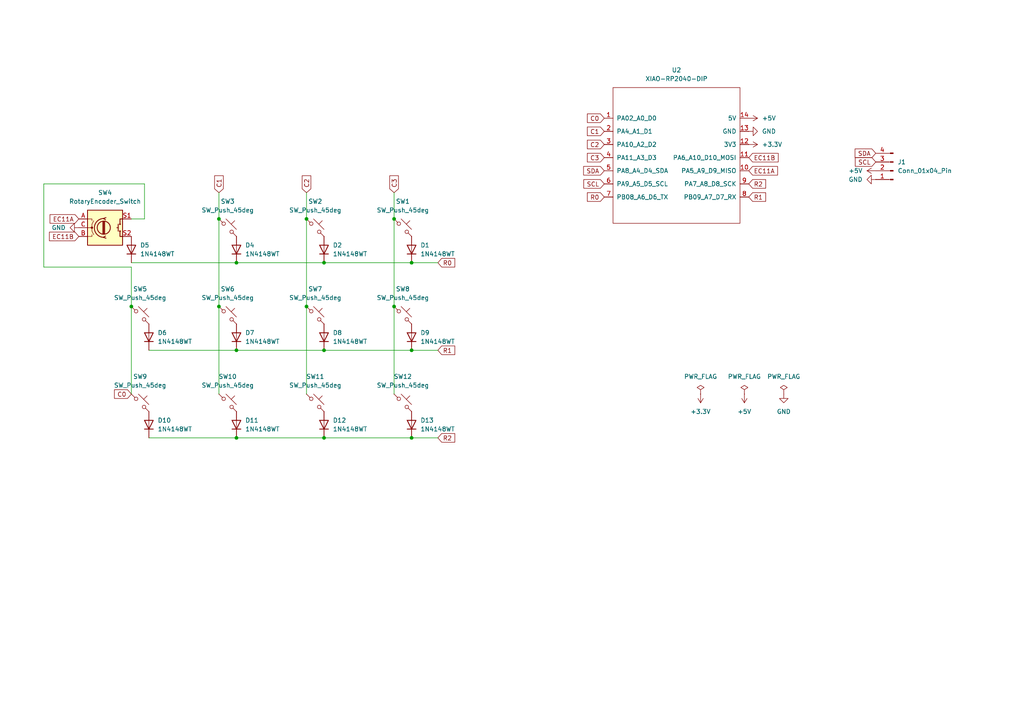
<source format=kicad_sch>
(kicad_sch
	(version 20250114)
	(generator "eeschema")
	(generator_version "9.0")
	(uuid "270a04a9-a02a-49b8-8c5e-034453c860c8")
	(paper "A4")
	(lib_symbols
		(symbol "Connector:Conn_01x04_Pin"
			(pin_names
				(offset 1.016)
				(hide yes)
			)
			(exclude_from_sim no)
			(in_bom yes)
			(on_board yes)
			(property "Reference" "J"
				(at 0 5.08 0)
				(effects
					(font
						(size 1.27 1.27)
					)
				)
			)
			(property "Value" "Conn_01x04_Pin"
				(at 0 -7.62 0)
				(effects
					(font
						(size 1.27 1.27)
					)
				)
			)
			(property "Footprint" ""
				(at 0 0 0)
				(effects
					(font
						(size 1.27 1.27)
					)
					(hide yes)
				)
			)
			(property "Datasheet" "~"
				(at 0 0 0)
				(effects
					(font
						(size 1.27 1.27)
					)
					(hide yes)
				)
			)
			(property "Description" "Generic connector, single row, 01x04, script generated"
				(at 0 0 0)
				(effects
					(font
						(size 1.27 1.27)
					)
					(hide yes)
				)
			)
			(property "ki_locked" ""
				(at 0 0 0)
				(effects
					(font
						(size 1.27 1.27)
					)
				)
			)
			(property "ki_keywords" "connector"
				(at 0 0 0)
				(effects
					(font
						(size 1.27 1.27)
					)
					(hide yes)
				)
			)
			(property "ki_fp_filters" "Connector*:*_1x??_*"
				(at 0 0 0)
				(effects
					(font
						(size 1.27 1.27)
					)
					(hide yes)
				)
			)
			(symbol "Conn_01x04_Pin_1_1"
				(rectangle
					(start 0.8636 2.667)
					(end 0 2.413)
					(stroke
						(width 0.1524)
						(type default)
					)
					(fill
						(type outline)
					)
				)
				(rectangle
					(start 0.8636 0.127)
					(end 0 -0.127)
					(stroke
						(width 0.1524)
						(type default)
					)
					(fill
						(type outline)
					)
				)
				(rectangle
					(start 0.8636 -2.413)
					(end 0 -2.667)
					(stroke
						(width 0.1524)
						(type default)
					)
					(fill
						(type outline)
					)
				)
				(rectangle
					(start 0.8636 -4.953)
					(end 0 -5.207)
					(stroke
						(width 0.1524)
						(type default)
					)
					(fill
						(type outline)
					)
				)
				(polyline
					(pts
						(xy 1.27 2.54) (xy 0.8636 2.54)
					)
					(stroke
						(width 0.1524)
						(type default)
					)
					(fill
						(type none)
					)
				)
				(polyline
					(pts
						(xy 1.27 0) (xy 0.8636 0)
					)
					(stroke
						(width 0.1524)
						(type default)
					)
					(fill
						(type none)
					)
				)
				(polyline
					(pts
						(xy 1.27 -2.54) (xy 0.8636 -2.54)
					)
					(stroke
						(width 0.1524)
						(type default)
					)
					(fill
						(type none)
					)
				)
				(polyline
					(pts
						(xy 1.27 -5.08) (xy 0.8636 -5.08)
					)
					(stroke
						(width 0.1524)
						(type default)
					)
					(fill
						(type none)
					)
				)
				(pin passive line
					(at 5.08 2.54 180)
					(length 3.81)
					(name "Pin_1"
						(effects
							(font
								(size 1.27 1.27)
							)
						)
					)
					(number "1"
						(effects
							(font
								(size 1.27 1.27)
							)
						)
					)
				)
				(pin passive line
					(at 5.08 0 180)
					(length 3.81)
					(name "Pin_2"
						(effects
							(font
								(size 1.27 1.27)
							)
						)
					)
					(number "2"
						(effects
							(font
								(size 1.27 1.27)
							)
						)
					)
				)
				(pin passive line
					(at 5.08 -2.54 180)
					(length 3.81)
					(name "Pin_3"
						(effects
							(font
								(size 1.27 1.27)
							)
						)
					)
					(number "3"
						(effects
							(font
								(size 1.27 1.27)
							)
						)
					)
				)
				(pin passive line
					(at 5.08 -5.08 180)
					(length 3.81)
					(name "Pin_4"
						(effects
							(font
								(size 1.27 1.27)
							)
						)
					)
					(number "4"
						(effects
							(font
								(size 1.27 1.27)
							)
						)
					)
				)
			)
			(embedded_fonts no)
		)
		(symbol "Device:RotaryEncoder_Switch"
			(pin_names
				(offset 0.254)
				(hide yes)
			)
			(exclude_from_sim no)
			(in_bom yes)
			(on_board yes)
			(property "Reference" "SW"
				(at 0 6.604 0)
				(effects
					(font
						(size 1.27 1.27)
					)
				)
			)
			(property "Value" "RotaryEncoder_Switch"
				(at 0 -6.604 0)
				(effects
					(font
						(size 1.27 1.27)
					)
				)
			)
			(property "Footprint" ""
				(at -3.81 4.064 0)
				(effects
					(font
						(size 1.27 1.27)
					)
					(hide yes)
				)
			)
			(property "Datasheet" "~"
				(at 0 6.604 0)
				(effects
					(font
						(size 1.27 1.27)
					)
					(hide yes)
				)
			)
			(property "Description" "Rotary encoder, dual channel, incremental quadrate outputs, with switch"
				(at 0 0 0)
				(effects
					(font
						(size 1.27 1.27)
					)
					(hide yes)
				)
			)
			(property "ki_keywords" "rotary switch encoder switch push button"
				(at 0 0 0)
				(effects
					(font
						(size 1.27 1.27)
					)
					(hide yes)
				)
			)
			(property "ki_fp_filters" "RotaryEncoder*Switch*"
				(at 0 0 0)
				(effects
					(font
						(size 1.27 1.27)
					)
					(hide yes)
				)
			)
			(symbol "RotaryEncoder_Switch_0_1"
				(rectangle
					(start -5.08 5.08)
					(end 5.08 -5.08)
					(stroke
						(width 0.254)
						(type default)
					)
					(fill
						(type background)
					)
				)
				(polyline
					(pts
						(xy -5.08 2.54) (xy -3.81 2.54) (xy -3.81 2.032)
					)
					(stroke
						(width 0)
						(type default)
					)
					(fill
						(type none)
					)
				)
				(polyline
					(pts
						(xy -5.08 0) (xy -3.81 0) (xy -3.81 -1.016) (xy -3.302 -2.032)
					)
					(stroke
						(width 0)
						(type default)
					)
					(fill
						(type none)
					)
				)
				(polyline
					(pts
						(xy -5.08 -2.54) (xy -3.81 -2.54) (xy -3.81 -2.032)
					)
					(stroke
						(width 0)
						(type default)
					)
					(fill
						(type none)
					)
				)
				(polyline
					(pts
						(xy -4.318 0) (xy -3.81 0) (xy -3.81 1.016) (xy -3.302 2.032)
					)
					(stroke
						(width 0)
						(type default)
					)
					(fill
						(type none)
					)
				)
				(circle
					(center -3.81 0)
					(radius 0.254)
					(stroke
						(width 0)
						(type default)
					)
					(fill
						(type outline)
					)
				)
				(polyline
					(pts
						(xy -0.635 -1.778) (xy -0.635 1.778)
					)
					(stroke
						(width 0.254)
						(type default)
					)
					(fill
						(type none)
					)
				)
				(circle
					(center -0.381 0)
					(radius 1.905)
					(stroke
						(width 0.254)
						(type default)
					)
					(fill
						(type none)
					)
				)
				(polyline
					(pts
						(xy -0.381 -1.778) (xy -0.381 1.778)
					)
					(stroke
						(width 0.254)
						(type default)
					)
					(fill
						(type none)
					)
				)
				(arc
					(start -0.381 -2.794)
					(mid -3.0988 -0.0635)
					(end -0.381 2.667)
					(stroke
						(width 0.254)
						(type default)
					)
					(fill
						(type none)
					)
				)
				(polyline
					(pts
						(xy -0.127 1.778) (xy -0.127 -1.778)
					)
					(stroke
						(width 0.254)
						(type default)
					)
					(fill
						(type none)
					)
				)
				(polyline
					(pts
						(xy 0.254 2.921) (xy -0.508 2.667) (xy 0.127 2.286)
					)
					(stroke
						(width 0.254)
						(type default)
					)
					(fill
						(type none)
					)
				)
				(polyline
					(pts
						(xy 0.254 -3.048) (xy -0.508 -2.794) (xy 0.127 -2.413)
					)
					(stroke
						(width 0.254)
						(type default)
					)
					(fill
						(type none)
					)
				)
				(polyline
					(pts
						(xy 3.81 1.016) (xy 3.81 -1.016)
					)
					(stroke
						(width 0.254)
						(type default)
					)
					(fill
						(type none)
					)
				)
				(polyline
					(pts
						(xy 3.81 0) (xy 3.429 0)
					)
					(stroke
						(width 0.254)
						(type default)
					)
					(fill
						(type none)
					)
				)
				(circle
					(center 4.318 1.016)
					(radius 0.127)
					(stroke
						(width 0.254)
						(type default)
					)
					(fill
						(type none)
					)
				)
				(circle
					(center 4.318 -1.016)
					(radius 0.127)
					(stroke
						(width 0.254)
						(type default)
					)
					(fill
						(type none)
					)
				)
				(polyline
					(pts
						(xy 5.08 2.54) (xy 4.318 2.54) (xy 4.318 1.016)
					)
					(stroke
						(width 0.254)
						(type default)
					)
					(fill
						(type none)
					)
				)
				(polyline
					(pts
						(xy 5.08 -2.54) (xy 4.318 -2.54) (xy 4.318 -1.016)
					)
					(stroke
						(width 0.254)
						(type default)
					)
					(fill
						(type none)
					)
				)
			)
			(symbol "RotaryEncoder_Switch_1_1"
				(pin passive line
					(at -7.62 2.54 0)
					(length 2.54)
					(name "A"
						(effects
							(font
								(size 1.27 1.27)
							)
						)
					)
					(number "A"
						(effects
							(font
								(size 1.27 1.27)
							)
						)
					)
				)
				(pin passive line
					(at -7.62 0 0)
					(length 2.54)
					(name "C"
						(effects
							(font
								(size 1.27 1.27)
							)
						)
					)
					(number "C"
						(effects
							(font
								(size 1.27 1.27)
							)
						)
					)
				)
				(pin passive line
					(at -7.62 -2.54 0)
					(length 2.54)
					(name "B"
						(effects
							(font
								(size 1.27 1.27)
							)
						)
					)
					(number "B"
						(effects
							(font
								(size 1.27 1.27)
							)
						)
					)
				)
				(pin passive line
					(at 7.62 2.54 180)
					(length 2.54)
					(name "S1"
						(effects
							(font
								(size 1.27 1.27)
							)
						)
					)
					(number "S1"
						(effects
							(font
								(size 1.27 1.27)
							)
						)
					)
				)
				(pin passive line
					(at 7.62 -2.54 180)
					(length 2.54)
					(name "S2"
						(effects
							(font
								(size 1.27 1.27)
							)
						)
					)
					(number "S2"
						(effects
							(font
								(size 1.27 1.27)
							)
						)
					)
				)
			)
			(embedded_fonts no)
		)
		(symbol "Diode:1N4148WT"
			(pin_numbers
				(hide yes)
			)
			(pin_names
				(hide yes)
			)
			(exclude_from_sim no)
			(in_bom yes)
			(on_board yes)
			(property "Reference" "D"
				(at 0 2.54 0)
				(effects
					(font
						(size 1.27 1.27)
					)
				)
			)
			(property "Value" "1N4148WT"
				(at 0 -2.54 0)
				(effects
					(font
						(size 1.27 1.27)
					)
				)
			)
			(property "Footprint" "Diode_SMD:D_SOD-523"
				(at 0 -4.445 0)
				(effects
					(font
						(size 1.27 1.27)
					)
					(hide yes)
				)
			)
			(property "Datasheet" "https://www.diodes.com/assets/Datasheets/ds30396.pdf"
				(at 0 0 0)
				(effects
					(font
						(size 1.27 1.27)
					)
					(hide yes)
				)
			)
			(property "Description" "75V 0.15A Fast switching Diode, SOD-523"
				(at 0 0 0)
				(effects
					(font
						(size 1.27 1.27)
					)
					(hide yes)
				)
			)
			(property "Sim.Device" "D"
				(at 0 0 0)
				(effects
					(font
						(size 1.27 1.27)
					)
					(hide yes)
				)
			)
			(property "Sim.Pins" "1=K 2=A"
				(at 0 0 0)
				(effects
					(font
						(size 1.27 1.27)
					)
					(hide yes)
				)
			)
			(property "ki_keywords" "diode"
				(at 0 0 0)
				(effects
					(font
						(size 1.27 1.27)
					)
					(hide yes)
				)
			)
			(property "ki_fp_filters" "D*SOD?523*"
				(at 0 0 0)
				(effects
					(font
						(size 1.27 1.27)
					)
					(hide yes)
				)
			)
			(symbol "1N4148WT_0_1"
				(polyline
					(pts
						(xy -1.27 1.27) (xy -1.27 -1.27)
					)
					(stroke
						(width 0.254)
						(type default)
					)
					(fill
						(type none)
					)
				)
				(polyline
					(pts
						(xy 1.27 1.27) (xy 1.27 -1.27) (xy -1.27 0) (xy 1.27 1.27)
					)
					(stroke
						(width 0.254)
						(type default)
					)
					(fill
						(type none)
					)
				)
				(polyline
					(pts
						(xy 1.27 0) (xy -1.27 0)
					)
					(stroke
						(width 0)
						(type default)
					)
					(fill
						(type none)
					)
				)
			)
			(symbol "1N4148WT_1_1"
				(pin passive line
					(at -3.81 0 0)
					(length 2.54)
					(name "K"
						(effects
							(font
								(size 1.27 1.27)
							)
						)
					)
					(number "1"
						(effects
							(font
								(size 1.27 1.27)
							)
						)
					)
				)
				(pin passive line
					(at 3.81 0 180)
					(length 2.54)
					(name "A"
						(effects
							(font
								(size 1.27 1.27)
							)
						)
					)
					(number "2"
						(effects
							(font
								(size 1.27 1.27)
							)
						)
					)
				)
			)
			(embedded_fonts no)
		)
		(symbol "Seeed_Studio_XIAO_Series-20240814:XIAO-RP2040-DIP"
			(pin_names
				(offset 1.016)
			)
			(exclude_from_sim no)
			(in_bom yes)
			(on_board yes)
			(property "Reference" "U"
				(at -18.542 23.114 0)
				(effects
					(font
						(size 1.27 1.27)
					)
				)
			)
			(property "Value" "XIAO-RP2040-DIP"
				(at -10.16 21.336 0)
				(effects
					(font
						(size 1.27 1.27)
					)
				)
			)
			(property "Footprint" ""
				(at -8.89 5.08 0)
				(effects
					(font
						(size 1.27 1.27)
					)
					(hide yes)
				)
			)
			(property "Datasheet" ""
				(at -8.89 5.08 0)
				(effects
					(font
						(size 1.27 1.27)
					)
					(hide yes)
				)
			)
			(property "Description" ""
				(at 0 0 0)
				(effects
					(font
						(size 1.27 1.27)
					)
					(hide yes)
				)
			)
			(symbol "XIAO-RP2040-DIP_0_1"
				(rectangle
					(start -19.05 20.32)
					(end 17.78 -19.05)
					(stroke
						(width 0)
						(type default)
					)
					(fill
						(type none)
					)
				)
			)
			(symbol "XIAO-RP2040-DIP_1_1"
				(pin passive line
					(at -21.59 11.43 0)
					(length 2.54)
					(name "PA02_A0_D0"
						(effects
							(font
								(size 1.27 1.27)
							)
						)
					)
					(number "1"
						(effects
							(font
								(size 1.27 1.27)
							)
						)
					)
				)
				(pin passive line
					(at -21.59 7.62 0)
					(length 2.54)
					(name "PA4_A1_D1"
						(effects
							(font
								(size 1.27 1.27)
							)
						)
					)
					(number "2"
						(effects
							(font
								(size 1.27 1.27)
							)
						)
					)
				)
				(pin passive line
					(at -21.59 3.81 0)
					(length 2.54)
					(name "PA10_A2_D2"
						(effects
							(font
								(size 1.27 1.27)
							)
						)
					)
					(number "3"
						(effects
							(font
								(size 1.27 1.27)
							)
						)
					)
				)
				(pin passive line
					(at -21.59 0 0)
					(length 2.54)
					(name "PA11_A3_D3"
						(effects
							(font
								(size 1.27 1.27)
							)
						)
					)
					(number "4"
						(effects
							(font
								(size 1.27 1.27)
							)
						)
					)
				)
				(pin passive line
					(at -21.59 -3.81 0)
					(length 2.54)
					(name "PA8_A4_D4_SDA"
						(effects
							(font
								(size 1.27 1.27)
							)
						)
					)
					(number "5"
						(effects
							(font
								(size 1.27 1.27)
							)
						)
					)
				)
				(pin passive line
					(at -21.59 -7.62 0)
					(length 2.54)
					(name "PA9_A5_D5_SCL"
						(effects
							(font
								(size 1.27 1.27)
							)
						)
					)
					(number "6"
						(effects
							(font
								(size 1.27 1.27)
							)
						)
					)
				)
				(pin passive line
					(at -21.59 -11.43 0)
					(length 2.54)
					(name "PB08_A6_D6_TX"
						(effects
							(font
								(size 1.27 1.27)
							)
						)
					)
					(number "7"
						(effects
							(font
								(size 1.27 1.27)
							)
						)
					)
				)
				(pin passive line
					(at 20.32 11.43 180)
					(length 2.54)
					(name "5V"
						(effects
							(font
								(size 1.27 1.27)
							)
						)
					)
					(number "14"
						(effects
							(font
								(size 1.27 1.27)
							)
						)
					)
				)
				(pin passive line
					(at 20.32 7.62 180)
					(length 2.54)
					(name "GND"
						(effects
							(font
								(size 1.27 1.27)
							)
						)
					)
					(number "13"
						(effects
							(font
								(size 1.27 1.27)
							)
						)
					)
				)
				(pin passive line
					(at 20.32 3.81 180)
					(length 2.54)
					(name "3V3"
						(effects
							(font
								(size 1.27 1.27)
							)
						)
					)
					(number "12"
						(effects
							(font
								(size 1.27 1.27)
							)
						)
					)
				)
				(pin passive line
					(at 20.32 0 180)
					(length 2.54)
					(name "PA6_A10_D10_MOSI"
						(effects
							(font
								(size 1.27 1.27)
							)
						)
					)
					(number "11"
						(effects
							(font
								(size 1.27 1.27)
							)
						)
					)
				)
				(pin passive line
					(at 20.32 -3.81 180)
					(length 2.54)
					(name "PA5_A9_D9_MISO"
						(effects
							(font
								(size 1.27 1.27)
							)
						)
					)
					(number "10"
						(effects
							(font
								(size 1.27 1.27)
							)
						)
					)
				)
				(pin passive line
					(at 20.32 -7.62 180)
					(length 2.54)
					(name "PA7_A8_D8_SCK"
						(effects
							(font
								(size 1.27 1.27)
							)
						)
					)
					(number "9"
						(effects
							(font
								(size 1.27 1.27)
							)
						)
					)
				)
				(pin passive line
					(at 20.32 -11.43 180)
					(length 2.54)
					(name "PB09_A7_D7_RX"
						(effects
							(font
								(size 1.27 1.27)
							)
						)
					)
					(number "8"
						(effects
							(font
								(size 1.27 1.27)
							)
						)
					)
				)
			)
			(embedded_fonts no)
		)
		(symbol "Switch:SW_Push_45deg"
			(pin_numbers
				(hide yes)
			)
			(pin_names
				(offset 1.016)
				(hide yes)
			)
			(exclude_from_sim no)
			(in_bom yes)
			(on_board yes)
			(property "Reference" "SW"
				(at 3.048 1.016 0)
				(effects
					(font
						(size 1.27 1.27)
					)
					(justify left)
				)
			)
			(property "Value" "SW_Push_45deg"
				(at 0 -3.81 0)
				(effects
					(font
						(size 1.27 1.27)
					)
				)
			)
			(property "Footprint" ""
				(at 0 0 0)
				(effects
					(font
						(size 1.27 1.27)
					)
					(hide yes)
				)
			)
			(property "Datasheet" "~"
				(at 0 0 0)
				(effects
					(font
						(size 1.27 1.27)
					)
					(hide yes)
				)
			)
			(property "Description" "Push button switch, normally open, two pins, 45° tilted"
				(at 0 0 0)
				(effects
					(font
						(size 1.27 1.27)
					)
					(hide yes)
				)
			)
			(property "ki_keywords" "switch normally-open pushbutton push-button"
				(at 0 0 0)
				(effects
					(font
						(size 1.27 1.27)
					)
					(hide yes)
				)
			)
			(symbol "SW_Push_45deg_0_1"
				(polyline
					(pts
						(xy -2.54 2.54) (xy -1.524 1.524) (xy -1.524 1.524)
					)
					(stroke
						(width 0)
						(type default)
					)
					(fill
						(type none)
					)
				)
				(circle
					(center -1.1684 1.1684)
					(radius 0.508)
					(stroke
						(width 0)
						(type default)
					)
					(fill
						(type none)
					)
				)
				(polyline
					(pts
						(xy -0.508 2.54) (xy 2.54 -0.508)
					)
					(stroke
						(width 0)
						(type default)
					)
					(fill
						(type none)
					)
				)
				(polyline
					(pts
						(xy 1.016 1.016) (xy 2.032 2.032)
					)
					(stroke
						(width 0)
						(type default)
					)
					(fill
						(type none)
					)
				)
				(circle
					(center 1.143 -1.1938)
					(radius 0.508)
					(stroke
						(width 0)
						(type default)
					)
					(fill
						(type none)
					)
				)
				(polyline
					(pts
						(xy 1.524 -1.524) (xy 2.54 -2.54) (xy 2.54 -2.54) (xy 2.54 -2.54)
					)
					(stroke
						(width 0)
						(type default)
					)
					(fill
						(type none)
					)
				)
				(pin passive line
					(at -2.54 2.54 0)
					(length 0)
					(name "1"
						(effects
							(font
								(size 1.27 1.27)
							)
						)
					)
					(number "1"
						(effects
							(font
								(size 1.27 1.27)
							)
						)
					)
				)
				(pin passive line
					(at 2.54 -2.54 180)
					(length 0)
					(name "2"
						(effects
							(font
								(size 1.27 1.27)
							)
						)
					)
					(number "2"
						(effects
							(font
								(size 1.27 1.27)
							)
						)
					)
				)
			)
			(embedded_fonts no)
		)
		(symbol "power:+3.3V"
			(power)
			(pin_numbers
				(hide yes)
			)
			(pin_names
				(offset 0)
				(hide yes)
			)
			(exclude_from_sim no)
			(in_bom yes)
			(on_board yes)
			(property "Reference" "#PWR"
				(at 0 -3.81 0)
				(effects
					(font
						(size 1.27 1.27)
					)
					(hide yes)
				)
			)
			(property "Value" "+3.3V"
				(at 0 3.556 0)
				(effects
					(font
						(size 1.27 1.27)
					)
				)
			)
			(property "Footprint" ""
				(at 0 0 0)
				(effects
					(font
						(size 1.27 1.27)
					)
					(hide yes)
				)
			)
			(property "Datasheet" ""
				(at 0 0 0)
				(effects
					(font
						(size 1.27 1.27)
					)
					(hide yes)
				)
			)
			(property "Description" "Power symbol creates a global label with name \"+3.3V\""
				(at 0 0 0)
				(effects
					(font
						(size 1.27 1.27)
					)
					(hide yes)
				)
			)
			(property "ki_keywords" "global power"
				(at 0 0 0)
				(effects
					(font
						(size 1.27 1.27)
					)
					(hide yes)
				)
			)
			(symbol "+3.3V_0_1"
				(polyline
					(pts
						(xy -0.762 1.27) (xy 0 2.54)
					)
					(stroke
						(width 0)
						(type default)
					)
					(fill
						(type none)
					)
				)
				(polyline
					(pts
						(xy 0 2.54) (xy 0.762 1.27)
					)
					(stroke
						(width 0)
						(type default)
					)
					(fill
						(type none)
					)
				)
				(polyline
					(pts
						(xy 0 0) (xy 0 2.54)
					)
					(stroke
						(width 0)
						(type default)
					)
					(fill
						(type none)
					)
				)
			)
			(symbol "+3.3V_1_1"
				(pin power_in line
					(at 0 0 90)
					(length 0)
					(name "~"
						(effects
							(font
								(size 1.27 1.27)
							)
						)
					)
					(number "1"
						(effects
							(font
								(size 1.27 1.27)
							)
						)
					)
				)
			)
			(embedded_fonts no)
		)
		(symbol "power:+5V"
			(power)
			(pin_numbers
				(hide yes)
			)
			(pin_names
				(offset 0)
				(hide yes)
			)
			(exclude_from_sim no)
			(in_bom yes)
			(on_board yes)
			(property "Reference" "#PWR"
				(at 0 -3.81 0)
				(effects
					(font
						(size 1.27 1.27)
					)
					(hide yes)
				)
			)
			(property "Value" "+5V"
				(at 0 3.556 0)
				(effects
					(font
						(size 1.27 1.27)
					)
				)
			)
			(property "Footprint" ""
				(at 0 0 0)
				(effects
					(font
						(size 1.27 1.27)
					)
					(hide yes)
				)
			)
			(property "Datasheet" ""
				(at 0 0 0)
				(effects
					(font
						(size 1.27 1.27)
					)
					(hide yes)
				)
			)
			(property "Description" "Power symbol creates a global label with name \"+5V\""
				(at 0 0 0)
				(effects
					(font
						(size 1.27 1.27)
					)
					(hide yes)
				)
			)
			(property "ki_keywords" "global power"
				(at 0 0 0)
				(effects
					(font
						(size 1.27 1.27)
					)
					(hide yes)
				)
			)
			(symbol "+5V_0_1"
				(polyline
					(pts
						(xy -0.762 1.27) (xy 0 2.54)
					)
					(stroke
						(width 0)
						(type default)
					)
					(fill
						(type none)
					)
				)
				(polyline
					(pts
						(xy 0 2.54) (xy 0.762 1.27)
					)
					(stroke
						(width 0)
						(type default)
					)
					(fill
						(type none)
					)
				)
				(polyline
					(pts
						(xy 0 0) (xy 0 2.54)
					)
					(stroke
						(width 0)
						(type default)
					)
					(fill
						(type none)
					)
				)
			)
			(symbol "+5V_1_1"
				(pin power_in line
					(at 0 0 90)
					(length 0)
					(name "~"
						(effects
							(font
								(size 1.27 1.27)
							)
						)
					)
					(number "1"
						(effects
							(font
								(size 1.27 1.27)
							)
						)
					)
				)
			)
			(embedded_fonts no)
		)
		(symbol "power:GND"
			(power)
			(pin_numbers
				(hide yes)
			)
			(pin_names
				(offset 0)
				(hide yes)
			)
			(exclude_from_sim no)
			(in_bom yes)
			(on_board yes)
			(property "Reference" "#PWR"
				(at 0 -6.35 0)
				(effects
					(font
						(size 1.27 1.27)
					)
					(hide yes)
				)
			)
			(property "Value" "GND"
				(at 0 -3.81 0)
				(effects
					(font
						(size 1.27 1.27)
					)
				)
			)
			(property "Footprint" ""
				(at 0 0 0)
				(effects
					(font
						(size 1.27 1.27)
					)
					(hide yes)
				)
			)
			(property "Datasheet" ""
				(at 0 0 0)
				(effects
					(font
						(size 1.27 1.27)
					)
					(hide yes)
				)
			)
			(property "Description" "Power symbol creates a global label with name \"GND\" , ground"
				(at 0 0 0)
				(effects
					(font
						(size 1.27 1.27)
					)
					(hide yes)
				)
			)
			(property "ki_keywords" "global power"
				(at 0 0 0)
				(effects
					(font
						(size 1.27 1.27)
					)
					(hide yes)
				)
			)
			(symbol "GND_0_1"
				(polyline
					(pts
						(xy 0 0) (xy 0 -1.27) (xy 1.27 -1.27) (xy 0 -2.54) (xy -1.27 -1.27) (xy 0 -1.27)
					)
					(stroke
						(width 0)
						(type default)
					)
					(fill
						(type none)
					)
				)
			)
			(symbol "GND_1_1"
				(pin power_in line
					(at 0 0 270)
					(length 0)
					(name "~"
						(effects
							(font
								(size 1.27 1.27)
							)
						)
					)
					(number "1"
						(effects
							(font
								(size 1.27 1.27)
							)
						)
					)
				)
			)
			(embedded_fonts no)
		)
		(symbol "power:PWR_FLAG"
			(power)
			(pin_numbers
				(hide yes)
			)
			(pin_names
				(offset 0)
				(hide yes)
			)
			(exclude_from_sim no)
			(in_bom yes)
			(on_board yes)
			(property "Reference" "#FLG"
				(at 0 1.905 0)
				(effects
					(font
						(size 1.27 1.27)
					)
					(hide yes)
				)
			)
			(property "Value" "PWR_FLAG"
				(at 0 3.81 0)
				(effects
					(font
						(size 1.27 1.27)
					)
				)
			)
			(property "Footprint" ""
				(at 0 0 0)
				(effects
					(font
						(size 1.27 1.27)
					)
					(hide yes)
				)
			)
			(property "Datasheet" "~"
				(at 0 0 0)
				(effects
					(font
						(size 1.27 1.27)
					)
					(hide yes)
				)
			)
			(property "Description" "Special symbol for telling ERC where power comes from"
				(at 0 0 0)
				(effects
					(font
						(size 1.27 1.27)
					)
					(hide yes)
				)
			)
			(property "ki_keywords" "flag power"
				(at 0 0 0)
				(effects
					(font
						(size 1.27 1.27)
					)
					(hide yes)
				)
			)
			(symbol "PWR_FLAG_0_0"
				(pin power_out line
					(at 0 0 90)
					(length 0)
					(name "~"
						(effects
							(font
								(size 1.27 1.27)
							)
						)
					)
					(number "1"
						(effects
							(font
								(size 1.27 1.27)
							)
						)
					)
				)
			)
			(symbol "PWR_FLAG_0_1"
				(polyline
					(pts
						(xy 0 0) (xy 0 1.27) (xy -1.016 1.905) (xy 0 2.54) (xy 1.016 1.905) (xy 0 1.27)
					)
					(stroke
						(width 0)
						(type default)
					)
					(fill
						(type none)
					)
				)
			)
			(embedded_fonts no)
		)
	)
	(junction
		(at 93.98 101.6)
		(diameter 0)
		(color 0 0 0 0)
		(uuid "09b33ccc-aa35-4a53-90ee-6a2edd44dc4b")
	)
	(junction
		(at 38.1 88.9)
		(diameter 0)
		(color 0 0 0 0)
		(uuid "36c19033-ea01-4223-931f-7b3e179d813d")
	)
	(junction
		(at 114.3 63.5)
		(diameter 0)
		(color 0 0 0 0)
		(uuid "3fc794c0-475e-4a97-ad71-1a4a9a666b5e")
	)
	(junction
		(at 68.58 101.6)
		(diameter 0)
		(color 0 0 0 0)
		(uuid "43ed3730-6eb7-4cc3-9f44-dc6cff90522a")
	)
	(junction
		(at 88.9 63.5)
		(diameter 0)
		(color 0 0 0 0)
		(uuid "55ae2e50-6f02-4008-b0ea-341e1da4c040")
	)
	(junction
		(at 63.5 88.9)
		(diameter 0)
		(color 0 0 0 0)
		(uuid "55eb8f2c-1425-40f6-9e50-2dc72749acd5")
	)
	(junction
		(at 68.58 76.2)
		(diameter 0)
		(color 0 0 0 0)
		(uuid "753f10bd-68f9-4bdf-8ba3-ba8042cd4c42")
	)
	(junction
		(at 119.38 127)
		(diameter 0)
		(color 0 0 0 0)
		(uuid "7c997acc-fcd4-4043-9e44-6681db93e687")
	)
	(junction
		(at 88.9 88.9)
		(diameter 0)
		(color 0 0 0 0)
		(uuid "85d87f60-85cd-4ea4-b95d-733f19d581bc")
	)
	(junction
		(at 114.3 88.9)
		(diameter 0)
		(color 0 0 0 0)
		(uuid "90df0b46-d1ce-453c-9eee-3744a807fc1e")
	)
	(junction
		(at 119.38 101.6)
		(diameter 0)
		(color 0 0 0 0)
		(uuid "a2a35a86-b1e4-4245-9952-d3f4cf322f55")
	)
	(junction
		(at 93.98 127)
		(diameter 0)
		(color 0 0 0 0)
		(uuid "a4df72ed-93a8-42ff-91df-8c2bb581e7ae")
	)
	(junction
		(at 68.58 127)
		(diameter 0)
		(color 0 0 0 0)
		(uuid "be191bc1-f460-410e-9837-c6c342ac8ce0")
	)
	(junction
		(at 119.38 76.2)
		(diameter 0)
		(color 0 0 0 0)
		(uuid "c99a0e03-383f-4b63-b7ff-5e6b0b4d0a4f")
	)
	(junction
		(at 93.98 76.2)
		(diameter 0)
		(color 0 0 0 0)
		(uuid "d9205868-c84a-4699-953e-d3c230306f5d")
	)
	(junction
		(at 63.5 63.5)
		(diameter 0)
		(color 0 0 0 0)
		(uuid "dbfdfbbc-390f-4585-a8ec-8574fd4b90c1")
	)
	(wire
		(pts
			(xy 93.98 101.6) (xy 119.38 101.6)
		)
		(stroke
			(width 0)
			(type default)
		)
		(uuid "01d5fb2b-26fe-4599-8cf7-ac3984d05de6")
	)
	(wire
		(pts
			(xy 12.7 53.34) (xy 41.91 53.34)
		)
		(stroke
			(width 0)
			(type default)
		)
		(uuid "1113ee8f-9204-425d-99d0-8c4a754706b4")
	)
	(wire
		(pts
			(xy 63.5 63.5) (xy 63.5 88.9)
		)
		(stroke
			(width 0)
			(type default)
		)
		(uuid "123b140f-1965-44c0-9f65-d63bee61baa6")
	)
	(wire
		(pts
			(xy 38.1 76.2) (xy 68.58 76.2)
		)
		(stroke
			(width 0)
			(type default)
		)
		(uuid "14b16b0e-57e3-40f3-9565-05960c6e56e9")
	)
	(wire
		(pts
			(xy 114.3 88.9) (xy 114.3 114.3)
		)
		(stroke
			(width 0)
			(type default)
		)
		(uuid "1bcb4854-08b9-4720-8eba-f5e20acdf436")
	)
	(wire
		(pts
			(xy 63.5 55.88) (xy 63.5 63.5)
		)
		(stroke
			(width 0)
			(type default)
		)
		(uuid "212ff687-9c78-402a-bbdd-cd9f977ef875")
	)
	(wire
		(pts
			(xy 93.98 76.2) (xy 119.38 76.2)
		)
		(stroke
			(width 0)
			(type default)
		)
		(uuid "314e63a2-76f8-4874-a41f-5361ed5fc9d1")
	)
	(wire
		(pts
			(xy 88.9 63.5) (xy 88.9 88.9)
		)
		(stroke
			(width 0)
			(type default)
		)
		(uuid "330a5c59-a290-4ece-9f87-8f997feadad7")
	)
	(wire
		(pts
			(xy 114.3 55.88) (xy 114.3 63.5)
		)
		(stroke
			(width 0)
			(type default)
		)
		(uuid "43624f6d-0eeb-46df-9050-4d2ea60a0428")
	)
	(wire
		(pts
			(xy 43.18 127) (xy 68.58 127)
		)
		(stroke
			(width 0)
			(type default)
		)
		(uuid "5891eef9-e8db-49c6-88a1-acc8df81fb7f")
	)
	(wire
		(pts
			(xy 127 127) (xy 119.38 127)
		)
		(stroke
			(width 0)
			(type default)
		)
		(uuid "5f8fcc5b-ce8a-4535-abdb-ca51f35f010a")
	)
	(wire
		(pts
			(xy 38.1 114.3) (xy 38.1 88.9)
		)
		(stroke
			(width 0)
			(type default)
		)
		(uuid "6964b25b-ee27-4cba-8518-c7f833935241")
	)
	(wire
		(pts
			(xy 12.7 77.47) (xy 12.7 53.34)
		)
		(stroke
			(width 0)
			(type default)
		)
		(uuid "803d71c1-ea07-4e69-a9aa-7df0cbe51a1d")
	)
	(wire
		(pts
			(xy 88.9 55.88) (xy 88.9 63.5)
		)
		(stroke
			(width 0)
			(type default)
		)
		(uuid "83b74bd3-130f-4002-8e6a-5543e2c8aca8")
	)
	(wire
		(pts
			(xy 68.58 127) (xy 93.98 127)
		)
		(stroke
			(width 0)
			(type default)
		)
		(uuid "8b18f55a-961d-42cf-a347-b85f53fe18b0")
	)
	(wire
		(pts
			(xy 38.1 88.9) (xy 38.1 77.47)
		)
		(stroke
			(width 0)
			(type default)
		)
		(uuid "9c9e0894-cc53-413b-9374-e355177df40c")
	)
	(wire
		(pts
			(xy 41.91 53.34) (xy 41.91 63.5)
		)
		(stroke
			(width 0)
			(type default)
		)
		(uuid "9cc91ed6-003a-4817-a426-9f4ace0346f5")
	)
	(wire
		(pts
			(xy 88.9 88.9) (xy 88.9 114.3)
		)
		(stroke
			(width 0)
			(type default)
		)
		(uuid "a4560d91-2d4d-421c-8eed-2d0326a5a001")
	)
	(wire
		(pts
			(xy 127 76.2) (xy 119.38 76.2)
		)
		(stroke
			(width 0)
			(type default)
		)
		(uuid "b341b17c-7a66-49af-b440-64da2723709b")
	)
	(wire
		(pts
			(xy 68.58 76.2) (xy 93.98 76.2)
		)
		(stroke
			(width 0)
			(type default)
		)
		(uuid "c4d5acb0-0144-48d3-9c21-7afaf68763f1")
	)
	(wire
		(pts
			(xy 41.91 63.5) (xy 38.1 63.5)
		)
		(stroke
			(width 0)
			(type default)
		)
		(uuid "d0b9ef54-5dce-4989-a108-df130b5b495f")
	)
	(wire
		(pts
			(xy 68.58 101.6) (xy 93.98 101.6)
		)
		(stroke
			(width 0)
			(type default)
		)
		(uuid "d42e03ea-14d3-47ee-893f-440038de1f87")
	)
	(wire
		(pts
			(xy 12.7 77.47) (xy 38.1 77.47)
		)
		(stroke
			(width 0)
			(type default)
		)
		(uuid "de7e9771-da3c-4e93-bb1d-3ccd455d8691")
	)
	(wire
		(pts
			(xy 43.18 101.6) (xy 68.58 101.6)
		)
		(stroke
			(width 0)
			(type default)
		)
		(uuid "e18e30a7-8e67-4ed1-83cd-fda622a988bd")
	)
	(wire
		(pts
			(xy 63.5 88.9) (xy 63.5 114.3)
		)
		(stroke
			(width 0)
			(type default)
		)
		(uuid "e4547d21-c675-4327-abfb-335e6093563a")
	)
	(wire
		(pts
			(xy 127 101.6) (xy 119.38 101.6)
		)
		(stroke
			(width 0)
			(type default)
		)
		(uuid "efad1cce-981a-4b95-b4a0-4db085008bc5")
	)
	(wire
		(pts
			(xy 93.98 127) (xy 119.38 127)
		)
		(stroke
			(width 0)
			(type default)
		)
		(uuid "f3fc6a2a-37ae-4f27-abd3-0c27ac7002d8")
	)
	(wire
		(pts
			(xy 114.3 63.5) (xy 114.3 88.9)
		)
		(stroke
			(width 0)
			(type default)
		)
		(uuid "f81d92b4-2da6-4528-8221-913dc699efe3")
	)
	(global_label "SDA"
		(shape input)
		(at 254 44.45 180)
		(fields_autoplaced yes)
		(effects
			(font
				(size 1.27 1.27)
			)
			(justify right)
		)
		(uuid "0b7153d9-9b8d-4fbd-a513-eb483a4f99e5")
		(property "Intersheetrefs" "${INTERSHEET_REFS}"
			(at 247.4467 44.45 0)
			(effects
				(font
					(size 1.27 1.27)
				)
				(justify right)
				(hide yes)
			)
		)
	)
	(global_label "R2"
		(shape input)
		(at 217.17 53.34 0)
		(fields_autoplaced yes)
		(effects
			(font
				(size 1.27 1.27)
			)
			(justify left)
		)
		(uuid "2ae79628-07d1-49a1-b348-0b3e1df39b6b")
		(property "Intersheetrefs" "${INTERSHEET_REFS}"
			(at 222.6347 53.34 0)
			(effects
				(font
					(size 1.27 1.27)
				)
				(justify left)
				(hide yes)
			)
		)
	)
	(global_label "C3"
		(shape input)
		(at 175.26 45.72 180)
		(fields_autoplaced yes)
		(effects
			(font
				(size 1.27 1.27)
			)
			(justify right)
		)
		(uuid "3776f043-5c8f-4484-84b3-9ec725786522")
		(property "Intersheetrefs" "${INTERSHEET_REFS}"
			(at 169.7953 45.72 0)
			(effects
				(font
					(size 1.27 1.27)
				)
				(justify right)
				(hide yes)
			)
		)
	)
	(global_label "C1"
		(shape input)
		(at 175.26 38.1 180)
		(fields_autoplaced yes)
		(effects
			(font
				(size 1.27 1.27)
			)
			(justify right)
		)
		(uuid "45cc0bd7-959a-4211-b418-1d793ecd1d76")
		(property "Intersheetrefs" "${INTERSHEET_REFS}"
			(at 169.7953 38.1 0)
			(effects
				(font
					(size 1.27 1.27)
				)
				(justify right)
				(hide yes)
			)
		)
	)
	(global_label "SCL"
		(shape input)
		(at 254 46.99 180)
		(fields_autoplaced yes)
		(effects
			(font
				(size 1.27 1.27)
			)
			(justify right)
		)
		(uuid "519bcb8a-5099-4614-895d-b1739b12ed80")
		(property "Intersheetrefs" "${INTERSHEET_REFS}"
			(at 247.5072 46.99 0)
			(effects
				(font
					(size 1.27 1.27)
				)
				(justify right)
				(hide yes)
			)
		)
	)
	(global_label "EC11A"
		(shape input)
		(at 22.86 63.5 180)
		(fields_autoplaced yes)
		(effects
			(font
				(size 1.27 1.27)
			)
			(justify right)
		)
		(uuid "5fc9ee90-f1ea-4472-a6a4-feebdf925a10")
		(property "Intersheetrefs" "${INTERSHEET_REFS}"
			(at 13.9482 63.5 0)
			(effects
				(font
					(size 1.27 1.27)
				)
				(justify right)
				(hide yes)
			)
		)
	)
	(global_label "EC11B"
		(shape input)
		(at 217.17 45.72 0)
		(fields_autoplaced yes)
		(effects
			(font
				(size 1.27 1.27)
			)
			(justify left)
		)
		(uuid "605dd07d-7fb4-40ac-9639-a31f347c1fbf")
		(property "Intersheetrefs" "${INTERSHEET_REFS}"
			(at 226.2632 45.72 0)
			(effects
				(font
					(size 1.27 1.27)
				)
				(justify left)
				(hide yes)
			)
		)
	)
	(global_label "C2"
		(shape input)
		(at 175.26 41.91 180)
		(fields_autoplaced yes)
		(effects
			(font
				(size 1.27 1.27)
			)
			(justify right)
		)
		(uuid "7311fd99-0b74-4c10-b1d6-bfe726c0990f")
		(property "Intersheetrefs" "${INTERSHEET_REFS}"
			(at 169.7953 41.91 0)
			(effects
				(font
					(size 1.27 1.27)
				)
				(justify right)
				(hide yes)
			)
		)
	)
	(global_label "R1"
		(shape input)
		(at 217.17 57.15 0)
		(fields_autoplaced yes)
		(effects
			(font
				(size 1.27 1.27)
			)
			(justify left)
		)
		(uuid "78870797-4a12-42e3-8023-214a02198e49")
		(property "Intersheetrefs" "${INTERSHEET_REFS}"
			(at 222.6347 57.15 0)
			(effects
				(font
					(size 1.27 1.27)
				)
				(justify left)
				(hide yes)
			)
		)
	)
	(global_label "C1"
		(shape input)
		(at 63.5 55.88 90)
		(fields_autoplaced yes)
		(effects
			(font
				(size 1.27 1.27)
			)
			(justify left)
		)
		(uuid "849b9051-76e0-4636-9687-a0cb91d1aeab")
		(property "Intersheetrefs" "${INTERSHEET_REFS}"
			(at 63.5 50.4153 90)
			(effects
				(font
					(size 1.27 1.27)
				)
				(justify left)
				(hide yes)
			)
		)
	)
	(global_label "SDA"
		(shape input)
		(at 175.26 49.53 180)
		(fields_autoplaced yes)
		(effects
			(font
				(size 1.27 1.27)
			)
			(justify right)
		)
		(uuid "88b52262-6ccd-41cb-b3bc-94dc0abf5133")
		(property "Intersheetrefs" "${INTERSHEET_REFS}"
			(at 168.7067 49.53 0)
			(effects
				(font
					(size 1.27 1.27)
				)
				(justify right)
				(hide yes)
			)
		)
	)
	(global_label "R0"
		(shape input)
		(at 127 76.2 0)
		(fields_autoplaced yes)
		(effects
			(font
				(size 1.27 1.27)
			)
			(justify left)
		)
		(uuid "8f16f3bd-4a14-435b-98a8-a52fc9f5aeb8")
		(property "Intersheetrefs" "${INTERSHEET_REFS}"
			(at 132.4647 76.2 0)
			(effects
				(font
					(size 1.27 1.27)
				)
				(justify left)
				(hide yes)
			)
		)
	)
	(global_label "SCL"
		(shape input)
		(at 175.26 53.34 180)
		(fields_autoplaced yes)
		(effects
			(font
				(size 1.27 1.27)
			)
			(justify right)
		)
		(uuid "8f5960f7-6e86-4077-b52e-3afc127608fa")
		(property "Intersheetrefs" "${INTERSHEET_REFS}"
			(at 168.7672 53.34 0)
			(effects
				(font
					(size 1.27 1.27)
				)
				(justify right)
				(hide yes)
			)
		)
	)
	(global_label "C2"
		(shape input)
		(at 88.9 55.88 90)
		(fields_autoplaced yes)
		(effects
			(font
				(size 1.27 1.27)
			)
			(justify left)
		)
		(uuid "a33420d7-02e4-4e8a-a30e-e38e633b6131")
		(property "Intersheetrefs" "${INTERSHEET_REFS}"
			(at 88.9 50.4153 90)
			(effects
				(font
					(size 1.27 1.27)
				)
				(justify left)
				(hide yes)
			)
		)
	)
	(global_label "C0"
		(shape input)
		(at 175.26 34.29 180)
		(fields_autoplaced yes)
		(effects
			(font
				(size 1.27 1.27)
			)
			(justify right)
		)
		(uuid "a3767df0-59d9-49da-96c0-00d5b99bc4bd")
		(property "Intersheetrefs" "${INTERSHEET_REFS}"
			(at 169.7953 34.29 0)
			(effects
				(font
					(size 1.27 1.27)
				)
				(justify right)
				(hide yes)
			)
		)
	)
	(global_label "R1"
		(shape input)
		(at 127 101.6 0)
		(fields_autoplaced yes)
		(effects
			(font
				(size 1.27 1.27)
			)
			(justify left)
		)
		(uuid "bacf6037-f65d-4829-a0b8-ec34f31d9bd9")
		(property "Intersheetrefs" "${INTERSHEET_REFS}"
			(at 132.4647 101.6 0)
			(effects
				(font
					(size 1.27 1.27)
				)
				(justify left)
				(hide yes)
			)
		)
	)
	(global_label "EC11A"
		(shape input)
		(at 217.17 49.53 0)
		(fields_autoplaced yes)
		(effects
			(font
				(size 1.27 1.27)
			)
			(justify left)
		)
		(uuid "bcaea8cc-d209-44a7-b2a5-0af3d6b17a50")
		(property "Intersheetrefs" "${INTERSHEET_REFS}"
			(at 226.0818 49.53 0)
			(effects
				(font
					(size 1.27 1.27)
				)
				(justify left)
				(hide yes)
			)
		)
	)
	(global_label "R2"
		(shape input)
		(at 127 127 0)
		(fields_autoplaced yes)
		(effects
			(font
				(size 1.27 1.27)
			)
			(justify left)
		)
		(uuid "c926a2fa-5972-42f2-8161-1c26a98d7880")
		(property "Intersheetrefs" "${INTERSHEET_REFS}"
			(at 132.4647 127 0)
			(effects
				(font
					(size 1.27 1.27)
				)
				(justify left)
				(hide yes)
			)
		)
	)
	(global_label "R0"
		(shape input)
		(at 175.26 57.15 180)
		(fields_autoplaced yes)
		(effects
			(font
				(size 1.27 1.27)
			)
			(justify right)
		)
		(uuid "d654eaaf-df46-40f0-9f4b-3d928516e4ff")
		(property "Intersheetrefs" "${INTERSHEET_REFS}"
			(at 169.7953 57.15 0)
			(effects
				(font
					(size 1.27 1.27)
				)
				(justify right)
				(hide yes)
			)
		)
	)
	(global_label "C0"
		(shape input)
		(at 38.1 114.3 180)
		(fields_autoplaced yes)
		(effects
			(font
				(size 1.27 1.27)
			)
			(justify right)
		)
		(uuid "e2d51eef-e5ad-4d8d-ab48-e02346b6b5cc")
		(property "Intersheetrefs" "${INTERSHEET_REFS}"
			(at 32.6353 114.3 0)
			(effects
				(font
					(size 1.27 1.27)
				)
				(justify right)
				(hide yes)
			)
		)
	)
	(global_label "EC11B"
		(shape input)
		(at 22.86 68.58 180)
		(fields_autoplaced yes)
		(effects
			(font
				(size 1.27 1.27)
			)
			(justify right)
		)
		(uuid "e90826d6-2a9d-4d11-a954-4726d1c5b257")
		(property "Intersheetrefs" "${INTERSHEET_REFS}"
			(at 13.7668 68.58 0)
			(effects
				(font
					(size 1.27 1.27)
				)
				(justify right)
				(hide yes)
			)
		)
	)
	(global_label "C3"
		(shape input)
		(at 114.3 55.88 90)
		(fields_autoplaced yes)
		(effects
			(font
				(size 1.27 1.27)
			)
			(justify left)
		)
		(uuid "f756bd56-d756-4391-9ead-98a6a0c3ed48")
		(property "Intersheetrefs" "${INTERSHEET_REFS}"
			(at 114.3 50.4153 90)
			(effects
				(font
					(size 1.27 1.27)
				)
				(justify left)
				(hide yes)
			)
		)
	)
	(symbol
		(lib_id "power:+5V")
		(at 254 49.53 90)
		(unit 1)
		(exclude_from_sim no)
		(in_bom yes)
		(on_board yes)
		(dnp no)
		(fields_autoplaced yes)
		(uuid "0a1ea688-711d-4edc-859c-e84b76105f6d")
		(property "Reference" "#PWR08"
			(at 257.81 49.53 0)
			(effects
				(font
					(size 1.27 1.27)
				)
				(hide yes)
			)
		)
		(property "Value" "+5V"
			(at 250.19 49.5299 90)
			(effects
				(font
					(size 1.27 1.27)
				)
				(justify left)
			)
		)
		(property "Footprint" ""
			(at 254 49.53 0)
			(effects
				(font
					(size 1.27 1.27)
				)
				(hide yes)
			)
		)
		(property "Datasheet" ""
			(at 254 49.53 0)
			(effects
				(font
					(size 1.27 1.27)
				)
				(hide yes)
			)
		)
		(property "Description" "Power symbol creates a global label with name \"+5V\""
			(at 254 49.53 0)
			(effects
				(font
					(size 1.27 1.27)
				)
				(hide yes)
			)
		)
		(pin "1"
			(uuid "ab1ce49b-003c-42e8-9bb4-cb1c8ea2761c")
		)
		(instances
			(project "Blueprint project"
				(path "/270a04a9-a02a-49b8-8c5e-034453c860c8"
					(reference "#PWR08")
					(unit 1)
				)
			)
		)
	)
	(symbol
		(lib_id "Diode:1N4148WT")
		(at 119.38 97.79 90)
		(unit 1)
		(exclude_from_sim no)
		(in_bom yes)
		(on_board yes)
		(dnp no)
		(fields_autoplaced yes)
		(uuid "0c832aec-e96a-464c-928e-4e1033d21eae")
		(property "Reference" "D9"
			(at 121.92 96.5199 90)
			(effects
				(font
					(size 1.27 1.27)
				)
				(justify right)
			)
		)
		(property "Value" "1N4148WT"
			(at 121.92 99.0599 90)
			(effects
				(font
					(size 1.27 1.27)
				)
				(justify right)
			)
		)
		(property "Footprint" "Diode_THT:D_DO-35_SOD27_P7.62mm_Horizontal"
			(at 123.825 97.79 0)
			(effects
				(font
					(size 1.27 1.27)
				)
				(hide yes)
			)
		)
		(property "Datasheet" "https://www.diodes.com/assets/Datasheets/ds30396.pdf"
			(at 119.38 97.79 0)
			(effects
				(font
					(size 1.27 1.27)
				)
				(hide yes)
			)
		)
		(property "Description" "75V 0.15A Fast switching Diode, SOD-523"
			(at 119.38 97.79 0)
			(effects
				(font
					(size 1.27 1.27)
				)
				(hide yes)
			)
		)
		(property "Sim.Device" "D"
			(at 119.38 97.79 0)
			(effects
				(font
					(size 1.27 1.27)
				)
				(hide yes)
			)
		)
		(property "Sim.Pins" "1=K 2=A"
			(at 119.38 97.79 0)
			(effects
				(font
					(size 1.27 1.27)
				)
				(hide yes)
			)
		)
		(pin "1"
			(uuid "99c99262-8ce0-40df-9459-13de98179860")
		)
		(pin "2"
			(uuid "bbbc3e5d-261b-4bd2-9775-27a5185084ba")
		)
		(instances
			(project "Blueprint project"
				(path "/270a04a9-a02a-49b8-8c5e-034453c860c8"
					(reference "D9")
					(unit 1)
				)
			)
		)
	)
	(symbol
		(lib_id "Diode:1N4148WT")
		(at 119.38 123.19 90)
		(unit 1)
		(exclude_from_sim no)
		(in_bom yes)
		(on_board yes)
		(dnp no)
		(fields_autoplaced yes)
		(uuid "1ff51d79-e4b0-45f7-a9f6-940dced0bc02")
		(property "Reference" "D13"
			(at 121.92 121.9199 90)
			(effects
				(font
					(size 1.27 1.27)
				)
				(justify right)
			)
		)
		(property "Value" "1N4148WT"
			(at 121.92 124.4599 90)
			(effects
				(font
					(size 1.27 1.27)
				)
				(justify right)
			)
		)
		(property "Footprint" "Diode_THT:D_DO-35_SOD27_P7.62mm_Horizontal"
			(at 123.825 123.19 0)
			(effects
				(font
					(size 1.27 1.27)
				)
				(hide yes)
			)
		)
		(property "Datasheet" "https://www.diodes.com/assets/Datasheets/ds30396.pdf"
			(at 119.38 123.19 0)
			(effects
				(font
					(size 1.27 1.27)
				)
				(hide yes)
			)
		)
		(property "Description" "75V 0.15A Fast switching Diode, SOD-523"
			(at 119.38 123.19 0)
			(effects
				(font
					(size 1.27 1.27)
				)
				(hide yes)
			)
		)
		(property "Sim.Device" "D"
			(at 119.38 123.19 0)
			(effects
				(font
					(size 1.27 1.27)
				)
				(hide yes)
			)
		)
		(property "Sim.Pins" "1=K 2=A"
			(at 119.38 123.19 0)
			(effects
				(font
					(size 1.27 1.27)
				)
				(hide yes)
			)
		)
		(pin "1"
			(uuid "74b1fbb7-5784-4c34-98b4-430358a6799b")
		)
		(pin "2"
			(uuid "f2dad12c-fe98-4166-bcf6-e4b4d0c76b94")
		)
		(instances
			(project "Blueprint project"
				(path "/270a04a9-a02a-49b8-8c5e-034453c860c8"
					(reference "D13")
					(unit 1)
				)
			)
		)
	)
	(symbol
		(lib_id "Switch:SW_Push_45deg")
		(at 40.64 116.84 0)
		(unit 1)
		(exclude_from_sim no)
		(in_bom yes)
		(on_board yes)
		(dnp no)
		(fields_autoplaced yes)
		(uuid "25a3d9b5-60cf-4c14-a653-23e81dc89653")
		(property "Reference" "SW9"
			(at 40.64 109.22 0)
			(effects
				(font
					(size 1.27 1.27)
				)
			)
		)
		(property "Value" "SW_Push_45deg"
			(at 40.64 111.76 0)
			(effects
				(font
					(size 1.27 1.27)
				)
			)
		)
		(property "Footprint" "Button_Switch_Keyboard:SW_Cherry_MX_1.00u_PCB"
			(at 40.64 116.84 0)
			(effects
				(font
					(size 1.27 1.27)
				)
				(hide yes)
			)
		)
		(property "Datasheet" "~"
			(at 40.64 116.84 0)
			(effects
				(font
					(size 1.27 1.27)
				)
				(hide yes)
			)
		)
		(property "Description" "Push button switch, normally open, two pins, 45° tilted"
			(at 40.64 116.84 0)
			(effects
				(font
					(size 1.27 1.27)
				)
				(hide yes)
			)
		)
		(pin "1"
			(uuid "f3c4b2a6-301b-4b79-b7e2-40d9d28ca2f8")
		)
		(pin "2"
			(uuid "632a3863-bc84-42c3-b759-1da0ee1178bd")
		)
		(instances
			(project "Blueprint project"
				(path "/270a04a9-a02a-49b8-8c5e-034453c860c8"
					(reference "SW9")
					(unit 1)
				)
			)
		)
	)
	(symbol
		(lib_id "Diode:1N4148WT")
		(at 38.1 72.39 90)
		(unit 1)
		(exclude_from_sim no)
		(in_bom yes)
		(on_board yes)
		(dnp no)
		(fields_autoplaced yes)
		(uuid "32049ac9-2ed2-489d-8f74-9b91974253b5")
		(property "Reference" "D5"
			(at 40.64 71.1199 90)
			(effects
				(font
					(size 1.27 1.27)
				)
				(justify right)
			)
		)
		(property "Value" "1N4148WT"
			(at 40.64 73.6599 90)
			(effects
				(font
					(size 1.27 1.27)
				)
				(justify right)
			)
		)
		(property "Footprint" "Diode_THT:D_DO-35_SOD27_P7.62mm_Horizontal"
			(at 42.545 72.39 0)
			(effects
				(font
					(size 1.27 1.27)
				)
				(hide yes)
			)
		)
		(property "Datasheet" "https://www.diodes.com/assets/Datasheets/ds30396.pdf"
			(at 38.1 72.39 0)
			(effects
				(font
					(size 1.27 1.27)
				)
				(hide yes)
			)
		)
		(property "Description" "75V 0.15A Fast switching Diode, SOD-523"
			(at 38.1 72.39 0)
			(effects
				(font
					(size 1.27 1.27)
				)
				(hide yes)
			)
		)
		(property "Sim.Device" "D"
			(at 38.1 72.39 0)
			(effects
				(font
					(size 1.27 1.27)
				)
				(hide yes)
			)
		)
		(property "Sim.Pins" "1=K 2=A"
			(at 38.1 72.39 0)
			(effects
				(font
					(size 1.27 1.27)
				)
				(hide yes)
			)
		)
		(pin "1"
			(uuid "2092ca4b-c34f-4c48-9e69-a9424381ae69")
		)
		(pin "2"
			(uuid "80ee2a77-2982-489e-be61-78bd1a3615cf")
		)
		(instances
			(project ""
				(path "/270a04a9-a02a-49b8-8c5e-034453c860c8"
					(reference "D5")
					(unit 1)
				)
			)
		)
	)
	(symbol
		(lib_id "power:PWR_FLAG")
		(at 203.2 114.3 0)
		(unit 1)
		(exclude_from_sim no)
		(in_bom yes)
		(on_board yes)
		(dnp no)
		(fields_autoplaced yes)
		(uuid "337965ea-4165-480b-8e46-2eca36815c18")
		(property "Reference" "#FLG01"
			(at 203.2 112.395 0)
			(effects
				(font
					(size 1.27 1.27)
				)
				(hide yes)
			)
		)
		(property "Value" "PWR_FLAG"
			(at 203.2 109.22 0)
			(effects
				(font
					(size 1.27 1.27)
				)
			)
		)
		(property "Footprint" ""
			(at 203.2 114.3 0)
			(effects
				(font
					(size 1.27 1.27)
				)
				(hide yes)
			)
		)
		(property "Datasheet" "~"
			(at 203.2 114.3 0)
			(effects
				(font
					(size 1.27 1.27)
				)
				(hide yes)
			)
		)
		(property "Description" "Special symbol for telling ERC where power comes from"
			(at 203.2 114.3 0)
			(effects
				(font
					(size 1.27 1.27)
				)
				(hide yes)
			)
		)
		(pin "1"
			(uuid "e7db2076-c6ff-4963-9031-fd67400cff4e")
		)
		(instances
			(project ""
				(path "/270a04a9-a02a-49b8-8c5e-034453c860c8"
					(reference "#FLG01")
					(unit 1)
				)
			)
		)
	)
	(symbol
		(lib_id "Switch:SW_Push_45deg")
		(at 66.04 116.84 0)
		(unit 1)
		(exclude_from_sim no)
		(in_bom yes)
		(on_board yes)
		(dnp no)
		(fields_autoplaced yes)
		(uuid "38a9fce2-0563-4edb-9e8a-bd6a3995f890")
		(property "Reference" "SW10"
			(at 66.04 109.22 0)
			(effects
				(font
					(size 1.27 1.27)
				)
			)
		)
		(property "Value" "SW_Push_45deg"
			(at 66.04 111.76 0)
			(effects
				(font
					(size 1.27 1.27)
				)
			)
		)
		(property "Footprint" "Button_Switch_Keyboard:SW_Cherry_MX_1.00u_PCB"
			(at 66.04 116.84 0)
			(effects
				(font
					(size 1.27 1.27)
				)
				(hide yes)
			)
		)
		(property "Datasheet" "~"
			(at 66.04 116.84 0)
			(effects
				(font
					(size 1.27 1.27)
				)
				(hide yes)
			)
		)
		(property "Description" "Push button switch, normally open, two pins, 45° tilted"
			(at 66.04 116.84 0)
			(effects
				(font
					(size 1.27 1.27)
				)
				(hide yes)
			)
		)
		(pin "1"
			(uuid "3fc18188-648f-4fe5-9cec-64d61328224e")
		)
		(pin "2"
			(uuid "58832c27-020d-4916-9c0f-b46aabdd9eeb")
		)
		(instances
			(project "Blueprint project"
				(path "/270a04a9-a02a-49b8-8c5e-034453c860c8"
					(reference "SW10")
					(unit 1)
				)
			)
		)
	)
	(symbol
		(lib_id "Switch:SW_Push_45deg")
		(at 40.64 91.44 0)
		(unit 1)
		(exclude_from_sim no)
		(in_bom yes)
		(on_board yes)
		(dnp no)
		(fields_autoplaced yes)
		(uuid "3ed8b7e6-2be3-40e2-896f-16554b38465d")
		(property "Reference" "SW5"
			(at 40.64 83.82 0)
			(effects
				(font
					(size 1.27 1.27)
				)
			)
		)
		(property "Value" "SW_Push_45deg"
			(at 40.64 86.36 0)
			(effects
				(font
					(size 1.27 1.27)
				)
			)
		)
		(property "Footprint" "Button_Switch_Keyboard:SW_Cherry_MX_1.00u_PCB"
			(at 40.64 91.44 0)
			(effects
				(font
					(size 1.27 1.27)
				)
				(hide yes)
			)
		)
		(property "Datasheet" "~"
			(at 40.64 91.44 0)
			(effects
				(font
					(size 1.27 1.27)
				)
				(hide yes)
			)
		)
		(property "Description" "Push button switch, normally open, two pins, 45° tilted"
			(at 40.64 91.44 0)
			(effects
				(font
					(size 1.27 1.27)
				)
				(hide yes)
			)
		)
		(pin "1"
			(uuid "f6b52c53-25b8-4f38-a0b5-a8481f006bad")
		)
		(pin "2"
			(uuid "c5de1a6e-38f0-4ad2-a17b-575272d72942")
		)
		(instances
			(project "Blueprint project"
				(path "/270a04a9-a02a-49b8-8c5e-034453c860c8"
					(reference "SW5")
					(unit 1)
				)
			)
		)
	)
	(symbol
		(lib_id "Switch:SW_Push_45deg")
		(at 66.04 66.04 0)
		(unit 1)
		(exclude_from_sim no)
		(in_bom yes)
		(on_board yes)
		(dnp no)
		(fields_autoplaced yes)
		(uuid "4a4ab202-21ab-43a7-a924-e96a2a5bfc8a")
		(property "Reference" "SW3"
			(at 66.04 58.42 0)
			(effects
				(font
					(size 1.27 1.27)
				)
			)
		)
		(property "Value" "SW_Push_45deg"
			(at 66.04 60.96 0)
			(effects
				(font
					(size 1.27 1.27)
				)
			)
		)
		(property "Footprint" "Button_Switch_Keyboard:SW_Cherry_MX_1.00u_PCB"
			(at 66.04 66.04 0)
			(effects
				(font
					(size 1.27 1.27)
				)
				(hide yes)
			)
		)
		(property "Datasheet" "~"
			(at 66.04 66.04 0)
			(effects
				(font
					(size 1.27 1.27)
				)
				(hide yes)
			)
		)
		(property "Description" "Push button switch, normally open, two pins, 45° tilted"
			(at 66.04 66.04 0)
			(effects
				(font
					(size 1.27 1.27)
				)
				(hide yes)
			)
		)
		(pin "1"
			(uuid "be3e76cf-6461-492c-90f5-f1187e7b6b3c")
		)
		(pin "2"
			(uuid "4a9bc0eb-2a72-4863-bfe9-3ce8d3e60fe2")
		)
		(instances
			(project "Blueprint project"
				(path "/270a04a9-a02a-49b8-8c5e-034453c860c8"
					(reference "SW3")
					(unit 1)
				)
			)
		)
	)
	(symbol
		(lib_id "Switch:SW_Push_45deg")
		(at 116.84 116.84 0)
		(unit 1)
		(exclude_from_sim no)
		(in_bom yes)
		(on_board yes)
		(dnp no)
		(fields_autoplaced yes)
		(uuid "60237b9a-5069-4054-a2c3-37004a7170e9")
		(property "Reference" "SW12"
			(at 116.84 109.22 0)
			(effects
				(font
					(size 1.27 1.27)
				)
			)
		)
		(property "Value" "SW_Push_45deg"
			(at 116.84 111.76 0)
			(effects
				(font
					(size 1.27 1.27)
				)
			)
		)
		(property "Footprint" "Button_Switch_Keyboard:SW_Cherry_MX_1.00u_PCB"
			(at 116.84 116.84 0)
			(effects
				(font
					(size 1.27 1.27)
				)
				(hide yes)
			)
		)
		(property "Datasheet" "~"
			(at 116.84 116.84 0)
			(effects
				(font
					(size 1.27 1.27)
				)
				(hide yes)
			)
		)
		(property "Description" "Push button switch, normally open, two pins, 45° tilted"
			(at 116.84 116.84 0)
			(effects
				(font
					(size 1.27 1.27)
				)
				(hide yes)
			)
		)
		(pin "1"
			(uuid "607408b1-6641-43e5-b30a-402332c3164a")
		)
		(pin "2"
			(uuid "f43df1ad-5aca-4619-a71a-807c3810395d")
		)
		(instances
			(project "Blueprint project"
				(path "/270a04a9-a02a-49b8-8c5e-034453c860c8"
					(reference "SW12")
					(unit 1)
				)
			)
		)
	)
	(symbol
		(lib_id "Switch:SW_Push_45deg")
		(at 66.04 91.44 0)
		(unit 1)
		(exclude_from_sim no)
		(in_bom yes)
		(on_board yes)
		(dnp no)
		(fields_autoplaced yes)
		(uuid "625df0c9-17ee-4e1e-8809-c17d08282293")
		(property "Reference" "SW6"
			(at 66.04 83.82 0)
			(effects
				(font
					(size 1.27 1.27)
				)
			)
		)
		(property "Value" "SW_Push_45deg"
			(at 66.04 86.36 0)
			(effects
				(font
					(size 1.27 1.27)
				)
			)
		)
		(property "Footprint" "Button_Switch_Keyboard:SW_Cherry_MX_1.00u_PCB"
			(at 66.04 91.44 0)
			(effects
				(font
					(size 1.27 1.27)
				)
				(hide yes)
			)
		)
		(property "Datasheet" "~"
			(at 66.04 91.44 0)
			(effects
				(font
					(size 1.27 1.27)
				)
				(hide yes)
			)
		)
		(property "Description" "Push button switch, normally open, two pins, 45° tilted"
			(at 66.04 91.44 0)
			(effects
				(font
					(size 1.27 1.27)
				)
				(hide yes)
			)
		)
		(pin "1"
			(uuid "c08f80f0-0f2a-47f2-a6b5-213cfaa17cfa")
		)
		(pin "2"
			(uuid "a6879214-e8b7-41e3-a55c-4a7e03885f98")
		)
		(instances
			(project "Blueprint project"
				(path "/270a04a9-a02a-49b8-8c5e-034453c860c8"
					(reference "SW6")
					(unit 1)
				)
			)
		)
	)
	(symbol
		(lib_id "Diode:1N4148WT")
		(at 93.98 123.19 90)
		(unit 1)
		(exclude_from_sim no)
		(in_bom yes)
		(on_board yes)
		(dnp no)
		(fields_autoplaced yes)
		(uuid "67d7920e-9638-4d46-9e25-5ed3e3075d53")
		(property "Reference" "D12"
			(at 96.52 121.9199 90)
			(effects
				(font
					(size 1.27 1.27)
				)
				(justify right)
			)
		)
		(property "Value" "1N4148WT"
			(at 96.52 124.4599 90)
			(effects
				(font
					(size 1.27 1.27)
				)
				(justify right)
			)
		)
		(property "Footprint" "Diode_THT:D_DO-35_SOD27_P7.62mm_Horizontal"
			(at 98.425 123.19 0)
			(effects
				(font
					(size 1.27 1.27)
				)
				(hide yes)
			)
		)
		(property "Datasheet" "https://www.diodes.com/assets/Datasheets/ds30396.pdf"
			(at 93.98 123.19 0)
			(effects
				(font
					(size 1.27 1.27)
				)
				(hide yes)
			)
		)
		(property "Description" "75V 0.15A Fast switching Diode, SOD-523"
			(at 93.98 123.19 0)
			(effects
				(font
					(size 1.27 1.27)
				)
				(hide yes)
			)
		)
		(property "Sim.Device" "D"
			(at 93.98 123.19 0)
			(effects
				(font
					(size 1.27 1.27)
				)
				(hide yes)
			)
		)
		(property "Sim.Pins" "1=K 2=A"
			(at 93.98 123.19 0)
			(effects
				(font
					(size 1.27 1.27)
				)
				(hide yes)
			)
		)
		(pin "1"
			(uuid "0dbfafa4-9470-47f8-b7db-6bd83c693069")
		)
		(pin "2"
			(uuid "3252be3c-d81c-440a-9213-0fb7fd4049b0")
		)
		(instances
			(project "Blueprint project"
				(path "/270a04a9-a02a-49b8-8c5e-034453c860c8"
					(reference "D12")
					(unit 1)
				)
			)
		)
	)
	(symbol
		(lib_id "Diode:1N4148WT")
		(at 68.58 97.79 90)
		(unit 1)
		(exclude_from_sim no)
		(in_bom yes)
		(on_board yes)
		(dnp no)
		(fields_autoplaced yes)
		(uuid "6ab23f84-0991-46be-988f-41b7104d73d5")
		(property "Reference" "D7"
			(at 71.12 96.5199 90)
			(effects
				(font
					(size 1.27 1.27)
				)
				(justify right)
			)
		)
		(property "Value" "1N4148WT"
			(at 71.12 99.0599 90)
			(effects
				(font
					(size 1.27 1.27)
				)
				(justify right)
			)
		)
		(property "Footprint" "Diode_THT:D_DO-35_SOD27_P7.62mm_Horizontal"
			(at 73.025 97.79 0)
			(effects
				(font
					(size 1.27 1.27)
				)
				(hide yes)
			)
		)
		(property "Datasheet" "https://www.diodes.com/assets/Datasheets/ds30396.pdf"
			(at 68.58 97.79 0)
			(effects
				(font
					(size 1.27 1.27)
				)
				(hide yes)
			)
		)
		(property "Description" "75V 0.15A Fast switching Diode, SOD-523"
			(at 68.58 97.79 0)
			(effects
				(font
					(size 1.27 1.27)
				)
				(hide yes)
			)
		)
		(property "Sim.Device" "D"
			(at 68.58 97.79 0)
			(effects
				(font
					(size 1.27 1.27)
				)
				(hide yes)
			)
		)
		(property "Sim.Pins" "1=K 2=A"
			(at 68.58 97.79 0)
			(effects
				(font
					(size 1.27 1.27)
				)
				(hide yes)
			)
		)
		(pin "1"
			(uuid "1942f109-1cb8-4952-9817-f9481836d072")
		)
		(pin "2"
			(uuid "afb0465d-b7c8-4f44-955e-03f665570aec")
		)
		(instances
			(project "Blueprint project"
				(path "/270a04a9-a02a-49b8-8c5e-034453c860c8"
					(reference "D7")
					(unit 1)
				)
			)
		)
	)
	(symbol
		(lib_id "power:+5V")
		(at 215.9 114.3 180)
		(unit 1)
		(exclude_from_sim no)
		(in_bom yes)
		(on_board yes)
		(dnp no)
		(fields_autoplaced yes)
		(uuid "7bc2b456-900e-45f7-9a81-00a5829b4854")
		(property "Reference" "#PWR05"
			(at 215.9 110.49 0)
			(effects
				(font
					(size 1.27 1.27)
				)
				(hide yes)
			)
		)
		(property "Value" "+5V"
			(at 215.9 119.38 0)
			(effects
				(font
					(size 1.27 1.27)
				)
			)
		)
		(property "Footprint" ""
			(at 215.9 114.3 0)
			(effects
				(font
					(size 1.27 1.27)
				)
				(hide yes)
			)
		)
		(property "Datasheet" ""
			(at 215.9 114.3 0)
			(effects
				(font
					(size 1.27 1.27)
				)
				(hide yes)
			)
		)
		(property "Description" "Power symbol creates a global label with name \"+5V\""
			(at 215.9 114.3 0)
			(effects
				(font
					(size 1.27 1.27)
				)
				(hide yes)
			)
		)
		(pin "1"
			(uuid "160c7a03-3441-4e86-b968-5a98f0e041b8")
		)
		(instances
			(project "Blueprint project"
				(path "/270a04a9-a02a-49b8-8c5e-034453c860c8"
					(reference "#PWR05")
					(unit 1)
				)
			)
		)
	)
	(symbol
		(lib_id "Switch:SW_Push_45deg")
		(at 116.84 66.04 0)
		(unit 1)
		(exclude_from_sim no)
		(in_bom yes)
		(on_board yes)
		(dnp no)
		(fields_autoplaced yes)
		(uuid "80a2f8b5-1eb8-41e7-b469-16e0bd8b66d9")
		(property "Reference" "SW1"
			(at 116.84 58.42 0)
			(effects
				(font
					(size 1.27 1.27)
				)
			)
		)
		(property "Value" "SW_Push_45deg"
			(at 116.84 60.96 0)
			(effects
				(font
					(size 1.27 1.27)
				)
			)
		)
		(property "Footprint" "Button_Switch_Keyboard:SW_Cherry_MX_1.00u_PCB"
			(at 116.84 66.04 0)
			(effects
				(font
					(size 1.27 1.27)
				)
				(hide yes)
			)
		)
		(property "Datasheet" "~"
			(at 116.84 66.04 0)
			(effects
				(font
					(size 1.27 1.27)
				)
				(hide yes)
			)
		)
		(property "Description" "Push button switch, normally open, two pins, 45° tilted"
			(at 116.84 66.04 0)
			(effects
				(font
					(size 1.27 1.27)
				)
				(hide yes)
			)
		)
		(pin "1"
			(uuid "4901aefe-8306-4803-87ae-607a603be626")
		)
		(pin "2"
			(uuid "79ff1640-1ba9-4225-98e7-87d4ca00a33f")
		)
		(instances
			(project ""
				(path "/270a04a9-a02a-49b8-8c5e-034453c860c8"
					(reference "SW1")
					(unit 1)
				)
			)
		)
	)
	(symbol
		(lib_id "Switch:SW_Push_45deg")
		(at 91.44 66.04 0)
		(unit 1)
		(exclude_from_sim no)
		(in_bom yes)
		(on_board yes)
		(dnp no)
		(fields_autoplaced yes)
		(uuid "8184bb7e-b773-4608-b21e-148b18dabb49")
		(property "Reference" "SW2"
			(at 91.44 58.42 0)
			(effects
				(font
					(size 1.27 1.27)
				)
			)
		)
		(property "Value" "SW_Push_45deg"
			(at 91.44 60.96 0)
			(effects
				(font
					(size 1.27 1.27)
				)
			)
		)
		(property "Footprint" "Button_Switch_Keyboard:SW_Cherry_MX_1.00u_PCB"
			(at 91.44 66.04 0)
			(effects
				(font
					(size 1.27 1.27)
				)
				(hide yes)
			)
		)
		(property "Datasheet" "~"
			(at 91.44 66.04 0)
			(effects
				(font
					(size 1.27 1.27)
				)
				(hide yes)
			)
		)
		(property "Description" "Push button switch, normally open, two pins, 45° tilted"
			(at 91.44 66.04 0)
			(effects
				(font
					(size 1.27 1.27)
				)
				(hide yes)
			)
		)
		(pin "1"
			(uuid "f671984e-f07c-4b12-b5a7-d4cbdf19ef77")
		)
		(pin "2"
			(uuid "a4ce86f7-4126-4877-af94-152bd9994627")
		)
		(instances
			(project "Blueprint project"
				(path "/270a04a9-a02a-49b8-8c5e-034453c860c8"
					(reference "SW2")
					(unit 1)
				)
			)
		)
	)
	(symbol
		(lib_id "power:GND")
		(at 217.17 38.1 90)
		(unit 1)
		(exclude_from_sim no)
		(in_bom yes)
		(on_board yes)
		(dnp no)
		(fields_autoplaced yes)
		(uuid "85b9d628-7a41-4123-b186-80ba2285c89f")
		(property "Reference" "#PWR03"
			(at 223.52 38.1 0)
			(effects
				(font
					(size 1.27 1.27)
				)
				(hide yes)
			)
		)
		(property "Value" "GND"
			(at 220.98 38.0999 90)
			(effects
				(font
					(size 1.27 1.27)
				)
				(justify right)
			)
		)
		(property "Footprint" ""
			(at 217.17 38.1 0)
			(effects
				(font
					(size 1.27 1.27)
				)
				(hide yes)
			)
		)
		(property "Datasheet" ""
			(at 217.17 38.1 0)
			(effects
				(font
					(size 1.27 1.27)
				)
				(hide yes)
			)
		)
		(property "Description" "Power symbol creates a global label with name \"GND\" , ground"
			(at 217.17 38.1 0)
			(effects
				(font
					(size 1.27 1.27)
				)
				(hide yes)
			)
		)
		(pin "1"
			(uuid "19ca9c0e-ace3-4ac6-9036-6c5e70d7829b")
		)
		(instances
			(project ""
				(path "/270a04a9-a02a-49b8-8c5e-034453c860c8"
					(reference "#PWR03")
					(unit 1)
				)
			)
		)
	)
	(symbol
		(lib_id "power:GND")
		(at 22.86 66.04 270)
		(unit 1)
		(exclude_from_sim no)
		(in_bom yes)
		(on_board yes)
		(dnp no)
		(fields_autoplaced yes)
		(uuid "8c785a63-42ac-453d-abfa-46765a48bf3a")
		(property "Reference" "#PWR02"
			(at 16.51 66.04 0)
			(effects
				(font
					(size 1.27 1.27)
				)
				(hide yes)
			)
		)
		(property "Value" "GND"
			(at 19.05 66.0399 90)
			(effects
				(font
					(size 1.27 1.27)
				)
				(justify right)
			)
		)
		(property "Footprint" ""
			(at 22.86 66.04 0)
			(effects
				(font
					(size 1.27 1.27)
				)
				(hide yes)
			)
		)
		(property "Datasheet" ""
			(at 22.86 66.04 0)
			(effects
				(font
					(size 1.27 1.27)
				)
				(hide yes)
			)
		)
		(property "Description" "Power symbol creates a global label with name \"GND\" , ground"
			(at 22.86 66.04 0)
			(effects
				(font
					(size 1.27 1.27)
				)
				(hide yes)
			)
		)
		(pin "1"
			(uuid "4a715553-a2b8-4e19-89b2-ba20d8914f10")
		)
		(instances
			(project "Blueprint project"
				(path "/270a04a9-a02a-49b8-8c5e-034453c860c8"
					(reference "#PWR02")
					(unit 1)
				)
			)
		)
	)
	(symbol
		(lib_id "Diode:1N4148WT")
		(at 43.18 97.79 90)
		(unit 1)
		(exclude_from_sim no)
		(in_bom yes)
		(on_board yes)
		(dnp no)
		(fields_autoplaced yes)
		(uuid "9312c192-0f19-42fb-b393-e6dbc1d3ba6c")
		(property "Reference" "D6"
			(at 45.72 96.5199 90)
			(effects
				(font
					(size 1.27 1.27)
				)
				(justify right)
			)
		)
		(property "Value" "1N4148WT"
			(at 45.72 99.0599 90)
			(effects
				(font
					(size 1.27 1.27)
				)
				(justify right)
			)
		)
		(property "Footprint" "Diode_THT:D_DO-35_SOD27_P7.62mm_Horizontal"
			(at 47.625 97.79 0)
			(effects
				(font
					(size 1.27 1.27)
				)
				(hide yes)
			)
		)
		(property "Datasheet" "https://www.diodes.com/assets/Datasheets/ds30396.pdf"
			(at 43.18 97.79 0)
			(effects
				(font
					(size 1.27 1.27)
				)
				(hide yes)
			)
		)
		(property "Description" "75V 0.15A Fast switching Diode, SOD-523"
			(at 43.18 97.79 0)
			(effects
				(font
					(size 1.27 1.27)
				)
				(hide yes)
			)
		)
		(property "Sim.Device" "D"
			(at 43.18 97.79 0)
			(effects
				(font
					(size 1.27 1.27)
				)
				(hide yes)
			)
		)
		(property "Sim.Pins" "1=K 2=A"
			(at 43.18 97.79 0)
			(effects
				(font
					(size 1.27 1.27)
				)
				(hide yes)
			)
		)
		(pin "1"
			(uuid "bb903448-cfcd-484b-bd54-44aa77cfbe0a")
		)
		(pin "2"
			(uuid "055d200b-0d01-40c3-85f8-3de99306596b")
		)
		(instances
			(project "Blueprint project"
				(path "/270a04a9-a02a-49b8-8c5e-034453c860c8"
					(reference "D6")
					(unit 1)
				)
			)
		)
	)
	(symbol
		(lib_id "Switch:SW_Push_45deg")
		(at 116.84 91.44 0)
		(unit 1)
		(exclude_from_sim no)
		(in_bom yes)
		(on_board yes)
		(dnp no)
		(fields_autoplaced yes)
		(uuid "94803a5c-3845-4d83-8890-e50ae90fb2f1")
		(property "Reference" "SW8"
			(at 116.84 83.82 0)
			(effects
				(font
					(size 1.27 1.27)
				)
			)
		)
		(property "Value" "SW_Push_45deg"
			(at 116.84 86.36 0)
			(effects
				(font
					(size 1.27 1.27)
				)
			)
		)
		(property "Footprint" "Button_Switch_Keyboard:SW_Cherry_MX_1.00u_PCB"
			(at 116.84 91.44 0)
			(effects
				(font
					(size 1.27 1.27)
				)
				(hide yes)
			)
		)
		(property "Datasheet" "~"
			(at 116.84 91.44 0)
			(effects
				(font
					(size 1.27 1.27)
				)
				(hide yes)
			)
		)
		(property "Description" "Push button switch, normally open, two pins, 45° tilted"
			(at 116.84 91.44 0)
			(effects
				(font
					(size 1.27 1.27)
				)
				(hide yes)
			)
		)
		(pin "1"
			(uuid "b4ee062b-61d0-473f-acc5-9bd51ce427b6")
		)
		(pin "2"
			(uuid "0d8c15ce-d44f-424b-8f66-c4806ee779bc")
		)
		(instances
			(project "Blueprint project"
				(path "/270a04a9-a02a-49b8-8c5e-034453c860c8"
					(reference "SW8")
					(unit 1)
				)
			)
		)
	)
	(symbol
		(lib_id "power:GND")
		(at 227.33 114.3 0)
		(unit 1)
		(exclude_from_sim no)
		(in_bom yes)
		(on_board yes)
		(dnp no)
		(fields_autoplaced yes)
		(uuid "96bd0a0a-c0d4-468d-9041-3f1f1948808f")
		(property "Reference" "#PWR09"
			(at 227.33 120.65 0)
			(effects
				(font
					(size 1.27 1.27)
				)
				(hide yes)
			)
		)
		(property "Value" "GND"
			(at 227.33 119.38 0)
			(effects
				(font
					(size 1.27 1.27)
				)
			)
		)
		(property "Footprint" ""
			(at 227.33 114.3 0)
			(effects
				(font
					(size 1.27 1.27)
				)
				(hide yes)
			)
		)
		(property "Datasheet" ""
			(at 227.33 114.3 0)
			(effects
				(font
					(size 1.27 1.27)
				)
				(hide yes)
			)
		)
		(property "Description" "Power symbol creates a global label with name \"GND\" , ground"
			(at 227.33 114.3 0)
			(effects
				(font
					(size 1.27 1.27)
				)
				(hide yes)
			)
		)
		(pin "1"
			(uuid "a3490a65-15ed-4352-98bc-e8ac17037e53")
		)
		(instances
			(project "Blueprint project"
				(path "/270a04a9-a02a-49b8-8c5e-034453c860c8"
					(reference "#PWR09")
					(unit 1)
				)
			)
		)
	)
	(symbol
		(lib_id "power:PWR_FLAG")
		(at 227.33 114.3 0)
		(unit 1)
		(exclude_from_sim no)
		(in_bom yes)
		(on_board yes)
		(dnp no)
		(fields_autoplaced yes)
		(uuid "a31512ba-93cf-490e-88fd-6b220008133c")
		(property "Reference" "#FLG03"
			(at 227.33 112.395 0)
			(effects
				(font
					(size 1.27 1.27)
				)
				(hide yes)
			)
		)
		(property "Value" "PWR_FLAG"
			(at 227.33 109.22 0)
			(effects
				(font
					(size 1.27 1.27)
				)
			)
		)
		(property "Footprint" ""
			(at 227.33 114.3 0)
			(effects
				(font
					(size 1.27 1.27)
				)
				(hide yes)
			)
		)
		(property "Datasheet" "~"
			(at 227.33 114.3 0)
			(effects
				(font
					(size 1.27 1.27)
				)
				(hide yes)
			)
		)
		(property "Description" "Special symbol for telling ERC where power comes from"
			(at 227.33 114.3 0)
			(effects
				(font
					(size 1.27 1.27)
				)
				(hide yes)
			)
		)
		(pin "1"
			(uuid "25df6df1-67e1-481d-8eed-1b74a151833a")
		)
		(instances
			(project "Blueprint project"
				(path "/270a04a9-a02a-49b8-8c5e-034453c860c8"
					(reference "#FLG03")
					(unit 1)
				)
			)
		)
	)
	(symbol
		(lib_id "Device:RotaryEncoder_Switch")
		(at 30.48 66.04 0)
		(unit 1)
		(exclude_from_sim no)
		(in_bom yes)
		(on_board yes)
		(dnp no)
		(fields_autoplaced yes)
		(uuid "a6dfff49-13b8-43e1-bc25-dd5a5462f8bb")
		(property "Reference" "SW4"
			(at 30.48 55.88 0)
			(effects
				(font
					(size 1.27 1.27)
				)
			)
		)
		(property "Value" "RotaryEncoder_Switch"
			(at 30.48 58.42 0)
			(effects
				(font
					(size 1.27 1.27)
				)
			)
		)
		(property "Footprint" "Rotary encoder:RotaryEncoder_Alps_EC11E-Switch_Vertical_H20mm"
			(at 26.67 61.976 0)
			(effects
				(font
					(size 1.27 1.27)
				)
				(hide yes)
			)
		)
		(property "Datasheet" "~"
			(at 30.48 59.436 0)
			(effects
				(font
					(size 1.27 1.27)
				)
				(hide yes)
			)
		)
		(property "Description" "Rotary encoder, dual channel, incremental quadrate outputs, with switch"
			(at 30.48 66.04 0)
			(effects
				(font
					(size 1.27 1.27)
				)
				(hide yes)
			)
		)
		(pin "S1"
			(uuid "9f28d7f1-22e9-497e-9ed2-95e17ddb04f1")
		)
		(pin "A"
			(uuid "205a3071-62c9-4578-aa88-cef493bc5eb6")
		)
		(pin "S2"
			(uuid "00deab6c-16d8-4565-88e5-90cbe57bb7d5")
		)
		(pin "B"
			(uuid "da47af9a-a35d-4a8c-81d1-a6ef23fcbe14")
		)
		(pin "C"
			(uuid "fa9a2ede-2e9f-4a00-bfcd-db3d07c1775a")
		)
		(instances
			(project ""
				(path "/270a04a9-a02a-49b8-8c5e-034453c860c8"
					(reference "SW4")
					(unit 1)
				)
			)
		)
	)
	(symbol
		(lib_id "Switch:SW_Push_45deg")
		(at 91.44 116.84 0)
		(unit 1)
		(exclude_from_sim no)
		(in_bom yes)
		(on_board yes)
		(dnp no)
		(fields_autoplaced yes)
		(uuid "a8f3c53a-be15-4988-b903-225c7063c920")
		(property "Reference" "SW11"
			(at 91.44 109.22 0)
			(effects
				(font
					(size 1.27 1.27)
				)
			)
		)
		(property "Value" "SW_Push_45deg"
			(at 91.44 111.76 0)
			(effects
				(font
					(size 1.27 1.27)
				)
			)
		)
		(property "Footprint" "Button_Switch_Keyboard:SW_Cherry_MX_1.00u_PCB"
			(at 91.44 116.84 0)
			(effects
				(font
					(size 1.27 1.27)
				)
				(hide yes)
			)
		)
		(property "Datasheet" "~"
			(at 91.44 116.84 0)
			(effects
				(font
					(size 1.27 1.27)
				)
				(hide yes)
			)
		)
		(property "Description" "Push button switch, normally open, two pins, 45° tilted"
			(at 91.44 116.84 0)
			(effects
				(font
					(size 1.27 1.27)
				)
				(hide yes)
			)
		)
		(pin "1"
			(uuid "6f318af1-5eb4-4081-9a6f-4f112a68aad5")
		)
		(pin "2"
			(uuid "48802537-88a9-4bc4-a1ad-aa583572f491")
		)
		(instances
			(project "Blueprint project"
				(path "/270a04a9-a02a-49b8-8c5e-034453c860c8"
					(reference "SW11")
					(unit 1)
				)
			)
		)
	)
	(symbol
		(lib_id "Diode:1N4148WT")
		(at 93.98 72.39 90)
		(unit 1)
		(exclude_from_sim no)
		(in_bom yes)
		(on_board yes)
		(dnp no)
		(fields_autoplaced yes)
		(uuid "a90d7a5d-c45a-4878-8e2b-e8440a50ffbe")
		(property "Reference" "D2"
			(at 96.52 71.1199 90)
			(effects
				(font
					(size 1.27 1.27)
				)
				(justify right)
			)
		)
		(property "Value" "1N4148WT"
			(at 96.52 73.6599 90)
			(effects
				(font
					(size 1.27 1.27)
				)
				(justify right)
			)
		)
		(property "Footprint" "Diode_THT:D_DO-35_SOD27_P7.62mm_Horizontal"
			(at 98.425 72.39 0)
			(effects
				(font
					(size 1.27 1.27)
				)
				(hide yes)
			)
		)
		(property "Datasheet" "https://www.diodes.com/assets/Datasheets/ds30396.pdf"
			(at 93.98 72.39 0)
			(effects
				(font
					(size 1.27 1.27)
				)
				(hide yes)
			)
		)
		(property "Description" "75V 0.15A Fast switching Diode, SOD-523"
			(at 93.98 72.39 0)
			(effects
				(font
					(size 1.27 1.27)
				)
				(hide yes)
			)
		)
		(property "Sim.Device" "D"
			(at 93.98 72.39 0)
			(effects
				(font
					(size 1.27 1.27)
				)
				(hide yes)
			)
		)
		(property "Sim.Pins" "1=K 2=A"
			(at 93.98 72.39 0)
			(effects
				(font
					(size 1.27 1.27)
				)
				(hide yes)
			)
		)
		(pin "1"
			(uuid "7b04312d-ef81-4a02-a814-e72623ad83a9")
		)
		(pin "2"
			(uuid "d98d5c55-2ff0-4969-b741-15df9bd5d037")
		)
		(instances
			(project "Blueprint project"
				(path "/270a04a9-a02a-49b8-8c5e-034453c860c8"
					(reference "D2")
					(unit 1)
				)
			)
		)
	)
	(symbol
		(lib_id "power:+3.3V")
		(at 203.2 114.3 180)
		(unit 1)
		(exclude_from_sim no)
		(in_bom yes)
		(on_board yes)
		(dnp no)
		(fields_autoplaced yes)
		(uuid "b2d01f7c-cf50-40df-aa05-0834f89ba34c")
		(property "Reference" "#PWR04"
			(at 203.2 110.49 0)
			(effects
				(font
					(size 1.27 1.27)
				)
				(hide yes)
			)
		)
		(property "Value" "+3.3V"
			(at 203.2 119.38 0)
			(effects
				(font
					(size 1.27 1.27)
				)
			)
		)
		(property "Footprint" ""
			(at 203.2 114.3 0)
			(effects
				(font
					(size 1.27 1.27)
				)
				(hide yes)
			)
		)
		(property "Datasheet" ""
			(at 203.2 114.3 0)
			(effects
				(font
					(size 1.27 1.27)
				)
				(hide yes)
			)
		)
		(property "Description" "Power symbol creates a global label with name \"+3.3V\""
			(at 203.2 114.3 0)
			(effects
				(font
					(size 1.27 1.27)
				)
				(hide yes)
			)
		)
		(pin "1"
			(uuid "672f84f8-174f-4f61-b0bc-a1a42227140f")
		)
		(instances
			(project "Blueprint project"
				(path "/270a04a9-a02a-49b8-8c5e-034453c860c8"
					(reference "#PWR04")
					(unit 1)
				)
			)
		)
	)
	(symbol
		(lib_id "Seeed_Studio_XIAO_Series-20240814:XIAO-RP2040-DIP")
		(at 196.85 45.72 0)
		(unit 1)
		(exclude_from_sim no)
		(in_bom yes)
		(on_board yes)
		(dnp no)
		(fields_autoplaced yes)
		(uuid "b5810bd9-f12e-4aec-89d6-db0c17de40f2")
		(property "Reference" "U2"
			(at 196.215 20.32 0)
			(effects
				(font
					(size 1.27 1.27)
				)
			)
		)
		(property "Value" "XIAO-RP2040-DIP"
			(at 196.215 22.86 0)
			(effects
				(font
					(size 1.27 1.27)
				)
			)
		)
		(property "Footprint" "Seeed Studio XIAO Series Library:XIAO-RP2040-DIP"
			(at 187.96 40.64 0)
			(effects
				(font
					(size 1.27 1.27)
				)
				(hide yes)
			)
		)
		(property "Datasheet" ""
			(at 187.96 40.64 0)
			(effects
				(font
					(size 1.27 1.27)
				)
				(hide yes)
			)
		)
		(property "Description" ""
			(at 196.85 45.72 0)
			(effects
				(font
					(size 1.27 1.27)
				)
				(hide yes)
			)
		)
		(pin "5"
			(uuid "31e37553-3d4b-4a77-aedb-f5ddb593fc51")
		)
		(pin "14"
			(uuid "a8a13567-8968-4910-85d6-eccebc8c5773")
		)
		(pin "11"
			(uuid "7c6e5fae-d694-4dd5-923a-2a6d969c70e4")
		)
		(pin "2"
			(uuid "35069b9f-2433-452f-ae41-f04c831f6235")
		)
		(pin "3"
			(uuid "fc7d5846-93fa-40d2-b50c-3d90b5c52a33")
		)
		(pin "1"
			(uuid "e0109a82-bfeb-4cc1-8b31-d6012ac1f9e8")
		)
		(pin "4"
			(uuid "3e92e16d-9b76-4c82-b59e-53846e6d4b98")
		)
		(pin "6"
			(uuid "7a1816dc-1430-4985-83cd-447b16dcdce6")
		)
		(pin "7"
			(uuid "03da4b7e-71d6-4f98-b5d9-cc9d04248f9b")
		)
		(pin "13"
			(uuid "cbf62915-078f-4d46-9c8a-efb473c3918b")
		)
		(pin "12"
			(uuid "e96cb18e-6808-4d7a-8eda-3e4d29093196")
		)
		(pin "9"
			(uuid "8cbae3c4-acd6-4a40-8e84-86ac904c2c80")
		)
		(pin "8"
			(uuid "0b5aada0-9619-4c32-8abc-3aed155397da")
		)
		(pin "10"
			(uuid "0b8c8e62-2dd0-426c-82de-82c0036fc239")
		)
		(instances
			(project ""
				(path "/270a04a9-a02a-49b8-8c5e-034453c860c8"
					(reference "U2")
					(unit 1)
				)
			)
		)
	)
	(symbol
		(lib_id "power:+3.3V")
		(at 217.17 41.91 270)
		(unit 1)
		(exclude_from_sim no)
		(in_bom yes)
		(on_board yes)
		(dnp no)
		(fields_autoplaced yes)
		(uuid "bfa3ec13-bf12-44bb-a829-dad1672c9e5e")
		(property "Reference" "#PWR01"
			(at 213.36 41.91 0)
			(effects
				(font
					(size 1.27 1.27)
				)
				(hide yes)
			)
		)
		(property "Value" "+3.3V"
			(at 220.98 41.9099 90)
			(effects
				(font
					(size 1.27 1.27)
				)
				(justify left)
			)
		)
		(property "Footprint" ""
			(at 217.17 41.91 0)
			(effects
				(font
					(size 1.27 1.27)
				)
				(hide yes)
			)
		)
		(property "Datasheet" ""
			(at 217.17 41.91 0)
			(effects
				(font
					(size 1.27 1.27)
				)
				(hide yes)
			)
		)
		(property "Description" "Power symbol creates a global label with name \"+3.3V\""
			(at 217.17 41.91 0)
			(effects
				(font
					(size 1.27 1.27)
				)
				(hide yes)
			)
		)
		(pin "1"
			(uuid "dc4fc5b4-1679-489b-8c67-89c8424dc0ea")
		)
		(instances
			(project ""
				(path "/270a04a9-a02a-49b8-8c5e-034453c860c8"
					(reference "#PWR01")
					(unit 1)
				)
			)
		)
	)
	(symbol
		(lib_id "Diode:1N4148WT")
		(at 68.58 123.19 90)
		(unit 1)
		(exclude_from_sim no)
		(in_bom yes)
		(on_board yes)
		(dnp no)
		(fields_autoplaced yes)
		(uuid "c7c2cbe0-c9c2-4a93-835e-b8435ba039d1")
		(property "Reference" "D11"
			(at 71.12 121.9199 90)
			(effects
				(font
					(size 1.27 1.27)
				)
				(justify right)
			)
		)
		(property "Value" "1N4148WT"
			(at 71.12 124.4599 90)
			(effects
				(font
					(size 1.27 1.27)
				)
				(justify right)
			)
		)
		(property "Footprint" "Diode_THT:D_DO-35_SOD27_P7.62mm_Horizontal"
			(at 73.025 123.19 0)
			(effects
				(font
					(size 1.27 1.27)
				)
				(hide yes)
			)
		)
		(property "Datasheet" "https://www.diodes.com/assets/Datasheets/ds30396.pdf"
			(at 68.58 123.19 0)
			(effects
				(font
					(size 1.27 1.27)
				)
				(hide yes)
			)
		)
		(property "Description" "75V 0.15A Fast switching Diode, SOD-523"
			(at 68.58 123.19 0)
			(effects
				(font
					(size 1.27 1.27)
				)
				(hide yes)
			)
		)
		(property "Sim.Device" "D"
			(at 68.58 123.19 0)
			(effects
				(font
					(size 1.27 1.27)
				)
				(hide yes)
			)
		)
		(property "Sim.Pins" "1=K 2=A"
			(at 68.58 123.19 0)
			(effects
				(font
					(size 1.27 1.27)
				)
				(hide yes)
			)
		)
		(pin "1"
			(uuid "02c572c7-63dd-49b4-8ca6-3d5dba97d5d2")
		)
		(pin "2"
			(uuid "a62c72d5-d298-4066-ad85-cadc74a4da78")
		)
		(instances
			(project "Blueprint project"
				(path "/270a04a9-a02a-49b8-8c5e-034453c860c8"
					(reference "D11")
					(unit 1)
				)
			)
		)
	)
	(symbol
		(lib_id "Diode:1N4148WT")
		(at 68.58 72.39 90)
		(unit 1)
		(exclude_from_sim no)
		(in_bom yes)
		(on_board yes)
		(dnp no)
		(fields_autoplaced yes)
		(uuid "cdbd66ce-2394-4f35-b523-e8763ee9fd40")
		(property "Reference" "D4"
			(at 71.12 71.1199 90)
			(effects
				(font
					(size 1.27 1.27)
				)
				(justify right)
			)
		)
		(property "Value" "1N4148WT"
			(at 71.12 73.6599 90)
			(effects
				(font
					(size 1.27 1.27)
				)
				(justify right)
			)
		)
		(property "Footprint" "Diode_THT:D_DO-35_SOD27_P7.62mm_Horizontal"
			(at 73.025 72.39 0)
			(effects
				(font
					(size 1.27 1.27)
				)
				(hide yes)
			)
		)
		(property "Datasheet" "https://www.diodes.com/assets/Datasheets/ds30396.pdf"
			(at 68.58 72.39 0)
			(effects
				(font
					(size 1.27 1.27)
				)
				(hide yes)
			)
		)
		(property "Description" "75V 0.15A Fast switching Diode, SOD-523"
			(at 68.58 72.39 0)
			(effects
				(font
					(size 1.27 1.27)
				)
				(hide yes)
			)
		)
		(property "Sim.Device" "D"
			(at 68.58 72.39 0)
			(effects
				(font
					(size 1.27 1.27)
				)
				(hide yes)
			)
		)
		(property "Sim.Pins" "1=K 2=A"
			(at 68.58 72.39 0)
			(effects
				(font
					(size 1.27 1.27)
				)
				(hide yes)
			)
		)
		(pin "1"
			(uuid "ff415366-11f2-411a-ba44-75da2cdb5dca")
		)
		(pin "2"
			(uuid "49d9ddd8-2a43-4b6f-85ad-9f6b829e5382")
		)
		(instances
			(project "Blueprint project"
				(path "/270a04a9-a02a-49b8-8c5e-034453c860c8"
					(reference "D4")
					(unit 1)
				)
			)
		)
	)
	(symbol
		(lib_id "Diode:1N4148WT")
		(at 119.38 72.39 90)
		(unit 1)
		(exclude_from_sim no)
		(in_bom yes)
		(on_board yes)
		(dnp no)
		(fields_autoplaced yes)
		(uuid "d8423f86-d7d3-4ec0-8a88-45cea8e1e5a6")
		(property "Reference" "D1"
			(at 121.92 71.1199 90)
			(effects
				(font
					(size 1.27 1.27)
				)
				(justify right)
			)
		)
		(property "Value" "1N4148WT"
			(at 121.92 73.6599 90)
			(effects
				(font
					(size 1.27 1.27)
				)
				(justify right)
			)
		)
		(property "Footprint" "Diode_THT:D_DO-35_SOD27_P7.62mm_Horizontal"
			(at 123.825 72.39 0)
			(effects
				(font
					(size 1.27 1.27)
				)
				(hide yes)
			)
		)
		(property "Datasheet" "https://www.diodes.com/assets/Datasheets/ds30396.pdf"
			(at 119.38 72.39 0)
			(effects
				(font
					(size 1.27 1.27)
				)
				(hide yes)
			)
		)
		(property "Description" "75V 0.15A Fast switching Diode, SOD-523"
			(at 119.38 72.39 0)
			(effects
				(font
					(size 1.27 1.27)
				)
				(hide yes)
			)
		)
		(property "Sim.Device" "D"
			(at 119.38 72.39 0)
			(effects
				(font
					(size 1.27 1.27)
				)
				(hide yes)
			)
		)
		(property "Sim.Pins" "1=K 2=A"
			(at 119.38 72.39 0)
			(effects
				(font
					(size 1.27 1.27)
				)
				(hide yes)
			)
		)
		(pin "1"
			(uuid "0427c451-b9aa-4655-a403-87602d897b01")
		)
		(pin "2"
			(uuid "3d376dc8-a48f-42e1-bf62-2ea2b16c7110")
		)
		(instances
			(project ""
				(path "/270a04a9-a02a-49b8-8c5e-034453c860c8"
					(reference "D1")
					(unit 1)
				)
			)
		)
	)
	(symbol
		(lib_id "Diode:1N4148WT")
		(at 93.98 97.79 90)
		(unit 1)
		(exclude_from_sim no)
		(in_bom yes)
		(on_board yes)
		(dnp no)
		(fields_autoplaced yes)
		(uuid "db219d9a-650e-4267-a7da-401c4660243c")
		(property "Reference" "D8"
			(at 96.52 96.5199 90)
			(effects
				(font
					(size 1.27 1.27)
				)
				(justify right)
			)
		)
		(property "Value" "1N4148WT"
			(at 96.52 99.0599 90)
			(effects
				(font
					(size 1.27 1.27)
				)
				(justify right)
			)
		)
		(property "Footprint" "Diode_THT:D_DO-35_SOD27_P7.62mm_Horizontal"
			(at 98.425 97.79 0)
			(effects
				(font
					(size 1.27 1.27)
				)
				(hide yes)
			)
		)
		(property "Datasheet" "https://www.diodes.com/assets/Datasheets/ds30396.pdf"
			(at 93.98 97.79 0)
			(effects
				(font
					(size 1.27 1.27)
				)
				(hide yes)
			)
		)
		(property "Description" "75V 0.15A Fast switching Diode, SOD-523"
			(at 93.98 97.79 0)
			(effects
				(font
					(size 1.27 1.27)
				)
				(hide yes)
			)
		)
		(property "Sim.Device" "D"
			(at 93.98 97.79 0)
			(effects
				(font
					(size 1.27 1.27)
				)
				(hide yes)
			)
		)
		(property "Sim.Pins" "1=K 2=A"
			(at 93.98 97.79 0)
			(effects
				(font
					(size 1.27 1.27)
				)
				(hide yes)
			)
		)
		(pin "1"
			(uuid "455a7bda-42ca-44d6-8261-a52ec99e35f1")
		)
		(pin "2"
			(uuid "3a9b68c8-3996-4ab2-95d9-45af3dd5e9ca")
		)
		(instances
			(project "Blueprint project"
				(path "/270a04a9-a02a-49b8-8c5e-034453c860c8"
					(reference "D8")
					(unit 1)
				)
			)
		)
	)
	(symbol
		(lib_id "Diode:1N4148WT")
		(at 43.18 123.19 90)
		(unit 1)
		(exclude_from_sim no)
		(in_bom yes)
		(on_board yes)
		(dnp no)
		(fields_autoplaced yes)
		(uuid "e0975e1a-8f33-400c-8563-241676fab6d5")
		(property "Reference" "D10"
			(at 45.72 121.9199 90)
			(effects
				(font
					(size 1.27 1.27)
				)
				(justify right)
			)
		)
		(property "Value" "1N4148WT"
			(at 45.72 124.4599 90)
			(effects
				(font
					(size 1.27 1.27)
				)
				(justify right)
			)
		)
		(property "Footprint" "Diode_THT:D_DO-35_SOD27_P7.62mm_Horizontal"
			(at 47.625 123.19 0)
			(effects
				(font
					(size 1.27 1.27)
				)
				(hide yes)
			)
		)
		(property "Datasheet" "https://www.diodes.com/assets/Datasheets/ds30396.pdf"
			(at 43.18 123.19 0)
			(effects
				(font
					(size 1.27 1.27)
				)
				(hide yes)
			)
		)
		(property "Description" "75V 0.15A Fast switching Diode, SOD-523"
			(at 43.18 123.19 0)
			(effects
				(font
					(size 1.27 1.27)
				)
				(hide yes)
			)
		)
		(property "Sim.Device" "D"
			(at 43.18 123.19 0)
			(effects
				(font
					(size 1.27 1.27)
				)
				(hide yes)
			)
		)
		(property "Sim.Pins" "1=K 2=A"
			(at 43.18 123.19 0)
			(effects
				(font
					(size 1.27 1.27)
				)
				(hide yes)
			)
		)
		(pin "1"
			(uuid "274736d2-367a-4fcc-b064-50abd0b97433")
		)
		(pin "2"
			(uuid "192c5966-7e3b-43d9-996b-7e0ddd9b9b14")
		)
		(instances
			(project "Blueprint project"
				(path "/270a04a9-a02a-49b8-8c5e-034453c860c8"
					(reference "D10")
					(unit 1)
				)
			)
		)
	)
	(symbol
		(lib_id "power:GND")
		(at 254 52.07 270)
		(unit 1)
		(exclude_from_sim no)
		(in_bom yes)
		(on_board yes)
		(dnp no)
		(fields_autoplaced yes)
		(uuid "e27f2357-4f23-4776-a166-fceb1d7b9606")
		(property "Reference" "#PWR06"
			(at 247.65 52.07 0)
			(effects
				(font
					(size 1.27 1.27)
				)
				(hide yes)
			)
		)
		(property "Value" "GND"
			(at 250.19 52.0699 90)
			(effects
				(font
					(size 1.27 1.27)
				)
				(justify right)
			)
		)
		(property "Footprint" ""
			(at 254 52.07 0)
			(effects
				(font
					(size 1.27 1.27)
				)
				(hide yes)
			)
		)
		(property "Datasheet" ""
			(at 254 52.07 0)
			(effects
				(font
					(size 1.27 1.27)
				)
				(hide yes)
			)
		)
		(property "Description" "Power symbol creates a global label with name \"GND\" , ground"
			(at 254 52.07 0)
			(effects
				(font
					(size 1.27 1.27)
				)
				(hide yes)
			)
		)
		(pin "1"
			(uuid "62cd1a17-d49e-4477-b858-978c1bf1ad18")
		)
		(instances
			(project "Blueprint project"
				(path "/270a04a9-a02a-49b8-8c5e-034453c860c8"
					(reference "#PWR06")
					(unit 1)
				)
			)
		)
	)
	(symbol
		(lib_id "power:+5V")
		(at 217.17 34.29 270)
		(unit 1)
		(exclude_from_sim no)
		(in_bom yes)
		(on_board yes)
		(dnp no)
		(fields_autoplaced yes)
		(uuid "efe34c7a-f23a-4f62-8359-61233accea7f")
		(property "Reference" "#PWR07"
			(at 213.36 34.29 0)
			(effects
				(font
					(size 1.27 1.27)
				)
				(hide yes)
			)
		)
		(property "Value" "+5V"
			(at 220.98 34.2899 90)
			(effects
				(font
					(size 1.27 1.27)
				)
				(justify left)
			)
		)
		(property "Footprint" ""
			(at 217.17 34.29 0)
			(effects
				(font
					(size 1.27 1.27)
				)
				(hide yes)
			)
		)
		(property "Datasheet" ""
			(at 217.17 34.29 0)
			(effects
				(font
					(size 1.27 1.27)
				)
				(hide yes)
			)
		)
		(property "Description" "Power symbol creates a global label with name \"+5V\""
			(at 217.17 34.29 0)
			(effects
				(font
					(size 1.27 1.27)
				)
				(hide yes)
			)
		)
		(pin "1"
			(uuid "d232c1c1-e635-4798-9620-b6613cc2e5e2")
		)
		(instances
			(project ""
				(path "/270a04a9-a02a-49b8-8c5e-034453c860c8"
					(reference "#PWR07")
					(unit 1)
				)
			)
		)
	)
	(symbol
		(lib_id "power:PWR_FLAG")
		(at 215.9 114.3 0)
		(unit 1)
		(exclude_from_sim no)
		(in_bom yes)
		(on_board yes)
		(dnp no)
		(fields_autoplaced yes)
		(uuid "f34d6374-1a67-4dad-80b4-3a41da3fcb7f")
		(property "Reference" "#FLG02"
			(at 215.9 112.395 0)
			(effects
				(font
					(size 1.27 1.27)
				)
				(hide yes)
			)
		)
		(property "Value" "PWR_FLAG"
			(at 215.9 109.22 0)
			(effects
				(font
					(size 1.27 1.27)
				)
			)
		)
		(property "Footprint" ""
			(at 215.9 114.3 0)
			(effects
				(font
					(size 1.27 1.27)
				)
				(hide yes)
			)
		)
		(property "Datasheet" "~"
			(at 215.9 114.3 0)
			(effects
				(font
					(size 1.27 1.27)
				)
				(hide yes)
			)
		)
		(property "Description" "Special symbol for telling ERC where power comes from"
			(at 215.9 114.3 0)
			(effects
				(font
					(size 1.27 1.27)
				)
				(hide yes)
			)
		)
		(pin "1"
			(uuid "877106b2-574e-4155-87b9-63ada80ba98c")
		)
		(instances
			(project "Blueprint project"
				(path "/270a04a9-a02a-49b8-8c5e-034453c860c8"
					(reference "#FLG02")
					(unit 1)
				)
			)
		)
	)
	(symbol
		(lib_id "Connector:Conn_01x04_Pin")
		(at 259.08 49.53 180)
		(unit 1)
		(exclude_from_sim no)
		(in_bom yes)
		(on_board yes)
		(dnp no)
		(fields_autoplaced yes)
		(uuid "f5f7dd4b-7147-4746-98e5-fef8b6152fa7")
		(property "Reference" "J1"
			(at 260.35 46.9899 0)
			(effects
				(font
					(size 1.27 1.27)
				)
				(justify right)
			)
		)
		(property "Value" "Conn_01x04_Pin"
			(at 260.35 49.5299 0)
			(effects
				(font
					(size 1.27 1.27)
				)
				(justify right)
			)
		)
		(property "Footprint" "KiCad-SSD1306-0.91-OLED-4pin-128x32.pretty-master:SSD1306-0.91-OLED-4pin-128x32"
			(at 259.08 49.53 0)
			(effects
				(font
					(size 1.27 1.27)
				)
				(hide yes)
			)
		)
		(property "Datasheet" "~"
			(at 259.08 49.53 0)
			(effects
				(font
					(size 1.27 1.27)
				)
				(hide yes)
			)
		)
		(property "Description" "Generic connector, single row, 01x04, script generated"
			(at 259.08 49.53 0)
			(effects
				(font
					(size 1.27 1.27)
				)
				(hide yes)
			)
		)
		(pin "2"
			(uuid "980a4e25-3e45-4156-9c3c-a9742029bf4d")
		)
		(pin "4"
			(uuid "c0f4a940-46f3-4ac4-8498-21fe85c0b44c")
		)
		(pin "1"
			(uuid "dccce096-362e-414a-9ee5-03d79dfa55fc")
		)
		(pin "3"
			(uuid "cc507e44-a4c0-41d7-941e-5c55ab84270f")
		)
		(instances
			(project ""
				(path "/270a04a9-a02a-49b8-8c5e-034453c860c8"
					(reference "J1")
					(unit 1)
				)
			)
		)
	)
	(symbol
		(lib_id "Switch:SW_Push_45deg")
		(at 91.44 91.44 0)
		(unit 1)
		(exclude_from_sim no)
		(in_bom yes)
		(on_board yes)
		(dnp no)
		(fields_autoplaced yes)
		(uuid "fd03b29f-c785-45d3-84a3-88a3a8842a9a")
		(property "Reference" "SW7"
			(at 91.44 83.82 0)
			(effects
				(font
					(size 1.27 1.27)
				)
			)
		)
		(property "Value" "SW_Push_45deg"
			(at 91.44 86.36 0)
			(effects
				(font
					(size 1.27 1.27)
				)
			)
		)
		(property "Footprint" "Button_Switch_Keyboard:SW_Cherry_MX_1.00u_PCB"
			(at 91.44 91.44 0)
			(effects
				(font
					(size 1.27 1.27)
				)
				(hide yes)
			)
		)
		(property "Datasheet" "~"
			(at 91.44 91.44 0)
			(effects
				(font
					(size 1.27 1.27)
				)
				(hide yes)
			)
		)
		(property "Description" "Push button switch, normally open, two pins, 45° tilted"
			(at 91.44 91.44 0)
			(effects
				(font
					(size 1.27 1.27)
				)
				(hide yes)
			)
		)
		(pin "1"
			(uuid "cbf22fce-77a2-4130-81e6-9981e899b9e1")
		)
		(pin "2"
			(uuid "ac45a2cd-56cb-41c8-bf19-f49c4a28445d")
		)
		(instances
			(project "Blueprint project"
				(path "/270a04a9-a02a-49b8-8c5e-034453c860c8"
					(reference "SW7")
					(unit 1)
				)
			)
		)
	)
	(sheet_instances
		(path "/"
			(page "1")
		)
	)
	(embedded_fonts no)
)

</source>
